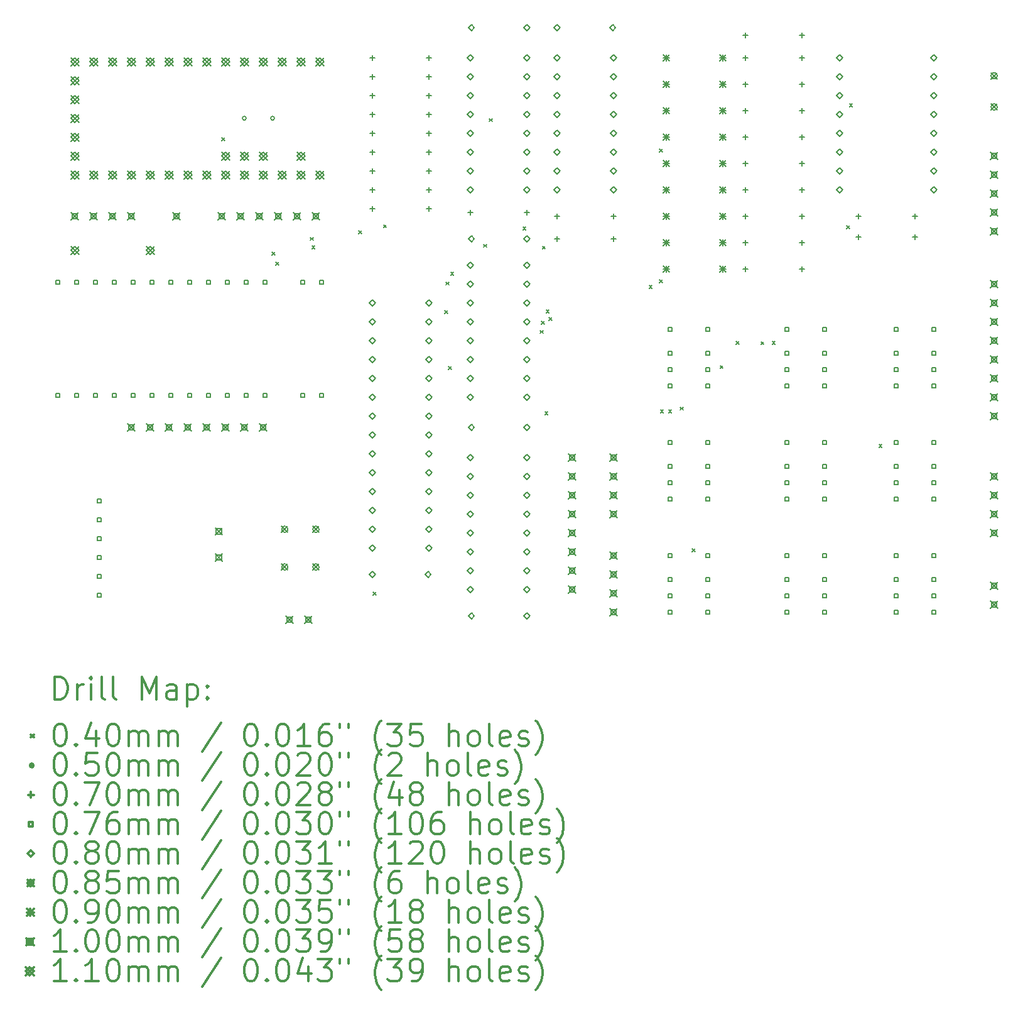
<source format=gbr>
%FSLAX45Y45*%
G04 Gerber Fmt 4.5, Leading zero omitted, Abs format (unit mm)*
G04 Created by KiCad (PCBNEW (5.1.9-0-10_14)) date 2021-03-06 16:34:52*
%MOMM*%
%LPD*%
G01*
G04 APERTURE LIST*
%ADD10C,0.200000*%
%ADD11C,0.300000*%
G04 APERTURE END LIST*
D10*
X9093840Y-6406890D02*
X9133840Y-6446890D01*
X9133840Y-6406890D02*
X9093840Y-6446890D01*
X9770350Y-7949490D02*
X9810350Y-7989490D01*
X9810350Y-7949490D02*
X9770350Y-7989490D01*
X9821060Y-8085420D02*
X9861060Y-8125420D01*
X9861060Y-8085420D02*
X9821060Y-8125420D01*
X10287200Y-7751170D02*
X10327200Y-7791170D01*
X10327200Y-7751170D02*
X10287200Y-7791170D01*
X10309790Y-7868270D02*
X10349790Y-7908270D01*
X10349790Y-7868270D02*
X10309790Y-7908270D01*
X10941090Y-7661580D02*
X10981090Y-7701580D01*
X10981090Y-7661580D02*
X10941090Y-7701580D01*
X11131940Y-12527630D02*
X11171940Y-12567630D01*
X11171940Y-12527630D02*
X11131940Y-12567630D01*
X11274080Y-7582590D02*
X11314080Y-7622590D01*
X11314080Y-7582590D02*
X11274080Y-7622590D01*
X12099390Y-8737410D02*
X12139390Y-8777410D01*
X12139390Y-8737410D02*
X12099390Y-8777410D01*
X12113330Y-8353080D02*
X12153330Y-8393080D01*
X12153330Y-8353080D02*
X12113330Y-8393080D01*
X12151520Y-9490540D02*
X12191520Y-9530540D01*
X12191520Y-9490540D02*
X12151520Y-9530540D01*
X12180130Y-8221240D02*
X12220130Y-8261240D01*
X12220130Y-8221240D02*
X12180130Y-8261240D01*
X12622270Y-7843600D02*
X12662270Y-7883600D01*
X12662270Y-7843600D02*
X12622270Y-7883600D01*
X12702190Y-6150940D02*
X12742190Y-6190940D01*
X12742190Y-6150940D02*
X12702190Y-6190940D01*
X13154080Y-7612050D02*
X13194080Y-7652050D01*
X13194080Y-7612050D02*
X13154080Y-7652050D01*
X13386090Y-9004670D02*
X13426090Y-9044670D01*
X13426090Y-9004670D02*
X13386090Y-9044670D01*
X13402980Y-8881680D02*
X13442980Y-8921680D01*
X13442980Y-8881680D02*
X13402980Y-8921680D01*
X13415890Y-7870730D02*
X13455890Y-7910730D01*
X13455890Y-7870730D02*
X13415890Y-7910730D01*
X13450400Y-10102950D02*
X13490400Y-10142950D01*
X13490400Y-10102950D02*
X13450400Y-10142950D01*
X13465800Y-8729830D02*
X13505800Y-8769830D01*
X13505800Y-8729830D02*
X13465800Y-8769830D01*
X13502200Y-8829920D02*
X13542200Y-8869920D01*
X13542200Y-8829920D02*
X13502200Y-8869920D01*
X14855020Y-8401090D02*
X14895020Y-8441090D01*
X14895020Y-8401090D02*
X14855020Y-8441090D01*
X14992940Y-6563050D02*
X15032940Y-6603050D01*
X15032940Y-6563050D02*
X14992940Y-6603050D01*
X14994620Y-8321470D02*
X15034620Y-8361470D01*
X15034620Y-8321470D02*
X14994620Y-8361470D01*
X15008220Y-10077010D02*
X15048220Y-10117010D01*
X15048220Y-10077010D02*
X15008220Y-10117010D01*
X15118400Y-10078070D02*
X15158400Y-10118070D01*
X15158400Y-10078070D02*
X15118400Y-10118070D01*
X15272310Y-10036470D02*
X15312310Y-10076470D01*
X15312310Y-10036470D02*
X15272310Y-10076470D01*
X15436040Y-11943870D02*
X15476040Y-11983870D01*
X15476040Y-11943870D02*
X15436040Y-11983870D01*
X15812900Y-9478100D02*
X15852900Y-9518100D01*
X15852900Y-9478100D02*
X15812900Y-9518100D01*
X16027540Y-9153960D02*
X16067540Y-9193960D01*
X16067540Y-9153960D02*
X16027540Y-9193960D01*
X16363020Y-9155820D02*
X16403020Y-9195820D01*
X16403020Y-9155820D02*
X16363020Y-9195820D01*
X16514900Y-9154080D02*
X16554900Y-9194080D01*
X16554900Y-9154080D02*
X16514900Y-9194080D01*
X17518160Y-7597100D02*
X17558160Y-7637100D01*
X17558160Y-7597100D02*
X17518160Y-7637100D01*
X17556720Y-5949000D02*
X17596720Y-5989000D01*
X17596720Y-5949000D02*
X17556720Y-5989000D01*
X17954930Y-10538800D02*
X17994930Y-10578800D01*
X17994930Y-10538800D02*
X17954930Y-10578800D01*
X9423000Y-6146800D02*
G75*
G03*
X9423000Y-6146800I-25000J0D01*
G01*
X9804000Y-6146800D02*
G75*
G03*
X9804000Y-6146800I-25000J0D01*
G01*
X11125200Y-5299000D02*
X11125200Y-5369000D01*
X11090200Y-5334000D02*
X11160200Y-5334000D01*
X11125200Y-5553000D02*
X11125200Y-5623000D01*
X11090200Y-5588000D02*
X11160200Y-5588000D01*
X11125200Y-5807000D02*
X11125200Y-5877000D01*
X11090200Y-5842000D02*
X11160200Y-5842000D01*
X11125200Y-6061000D02*
X11125200Y-6131000D01*
X11090200Y-6096000D02*
X11160200Y-6096000D01*
X11125200Y-6315000D02*
X11125200Y-6385000D01*
X11090200Y-6350000D02*
X11160200Y-6350000D01*
X11125200Y-6569000D02*
X11125200Y-6639000D01*
X11090200Y-6604000D02*
X11160200Y-6604000D01*
X11125200Y-6823000D02*
X11125200Y-6893000D01*
X11090200Y-6858000D02*
X11160200Y-6858000D01*
X11125200Y-7077000D02*
X11125200Y-7147000D01*
X11090200Y-7112000D02*
X11160200Y-7112000D01*
X11125200Y-7331000D02*
X11125200Y-7401000D01*
X11090200Y-7366000D02*
X11160200Y-7366000D01*
X11887200Y-5299000D02*
X11887200Y-5369000D01*
X11852200Y-5334000D02*
X11922200Y-5334000D01*
X11887200Y-5553000D02*
X11887200Y-5623000D01*
X11852200Y-5588000D02*
X11922200Y-5588000D01*
X11887200Y-5807000D02*
X11887200Y-5877000D01*
X11852200Y-5842000D02*
X11922200Y-5842000D01*
X11887200Y-6061000D02*
X11887200Y-6131000D01*
X11852200Y-6096000D02*
X11922200Y-6096000D01*
X11887200Y-6315000D02*
X11887200Y-6385000D01*
X11852200Y-6350000D02*
X11922200Y-6350000D01*
X11887200Y-6569000D02*
X11887200Y-6639000D01*
X11852200Y-6604000D02*
X11922200Y-6604000D01*
X11887200Y-6823000D02*
X11887200Y-6893000D01*
X11852200Y-6858000D02*
X11922200Y-6858000D01*
X11887200Y-7077000D02*
X11887200Y-7147000D01*
X11852200Y-7112000D02*
X11922200Y-7112000D01*
X11887200Y-7331000D02*
X11887200Y-7401000D01*
X11852200Y-7366000D02*
X11922200Y-7366000D01*
X12446000Y-7381800D02*
X12446000Y-7451800D01*
X12411000Y-7416800D02*
X12481000Y-7416800D01*
X13208000Y-7381800D02*
X13208000Y-7451800D01*
X13173000Y-7416800D02*
X13243000Y-7416800D01*
X13614400Y-7432600D02*
X13614400Y-7502600D01*
X13579400Y-7467600D02*
X13649400Y-7467600D01*
X13614400Y-7737400D02*
X13614400Y-7807400D01*
X13579400Y-7772400D02*
X13649400Y-7772400D01*
X14376400Y-7432600D02*
X14376400Y-7502600D01*
X14341400Y-7467600D02*
X14411400Y-7467600D01*
X14376400Y-7737400D02*
X14376400Y-7807400D01*
X14341400Y-7772400D02*
X14411400Y-7772400D01*
X16154400Y-4994200D02*
X16154400Y-5064200D01*
X16119400Y-5029200D02*
X16189400Y-5029200D01*
X16154400Y-5299000D02*
X16154400Y-5369000D01*
X16119400Y-5334000D02*
X16189400Y-5334000D01*
X16154400Y-5654600D02*
X16154400Y-5724600D01*
X16119400Y-5689600D02*
X16189400Y-5689600D01*
X16154400Y-6010200D02*
X16154400Y-6080200D01*
X16119400Y-6045200D02*
X16189400Y-6045200D01*
X16154400Y-6365800D02*
X16154400Y-6435800D01*
X16119400Y-6400800D02*
X16189400Y-6400800D01*
X16154400Y-6721400D02*
X16154400Y-6791400D01*
X16119400Y-6756400D02*
X16189400Y-6756400D01*
X16154400Y-7077000D02*
X16154400Y-7147000D01*
X16119400Y-7112000D02*
X16189400Y-7112000D01*
X16154400Y-7432600D02*
X16154400Y-7502600D01*
X16119400Y-7467600D02*
X16189400Y-7467600D01*
X16154400Y-7788200D02*
X16154400Y-7858200D01*
X16119400Y-7823200D02*
X16189400Y-7823200D01*
X16154400Y-8143800D02*
X16154400Y-8213800D01*
X16119400Y-8178800D02*
X16189400Y-8178800D01*
X16916400Y-4994200D02*
X16916400Y-5064200D01*
X16881400Y-5029200D02*
X16951400Y-5029200D01*
X16916400Y-5299000D02*
X16916400Y-5369000D01*
X16881400Y-5334000D02*
X16951400Y-5334000D01*
X16916400Y-5654600D02*
X16916400Y-5724600D01*
X16881400Y-5689600D02*
X16951400Y-5689600D01*
X16916400Y-6010200D02*
X16916400Y-6080200D01*
X16881400Y-6045200D02*
X16951400Y-6045200D01*
X16916400Y-6365800D02*
X16916400Y-6435800D01*
X16881400Y-6400800D02*
X16951400Y-6400800D01*
X16916400Y-6721400D02*
X16916400Y-6791400D01*
X16881400Y-6756400D02*
X16951400Y-6756400D01*
X16916400Y-7077000D02*
X16916400Y-7147000D01*
X16881400Y-7112000D02*
X16951400Y-7112000D01*
X16916400Y-7432600D02*
X16916400Y-7502600D01*
X16881400Y-7467600D02*
X16951400Y-7467600D01*
X16916400Y-7788200D02*
X16916400Y-7858200D01*
X16881400Y-7823200D02*
X16951400Y-7823200D01*
X16916400Y-8143800D02*
X16916400Y-8213800D01*
X16881400Y-8178800D02*
X16951400Y-8178800D01*
X17678400Y-7432600D02*
X17678400Y-7502600D01*
X17643400Y-7467600D02*
X17713400Y-7467600D01*
X17678400Y-7711200D02*
X17678400Y-7781200D01*
X17643400Y-7746200D02*
X17713400Y-7746200D01*
X18440400Y-7432600D02*
X18440400Y-7502600D01*
X18405400Y-7467600D02*
X18475400Y-7467600D01*
X18440400Y-7711200D02*
X18440400Y-7781200D01*
X18405400Y-7746200D02*
X18475400Y-7746200D01*
X6910341Y-8383541D02*
X6910341Y-8329659D01*
X6856459Y-8329659D01*
X6856459Y-8383541D01*
X6910341Y-8383541D01*
X6910341Y-9907541D02*
X6910341Y-9853659D01*
X6856459Y-9853659D01*
X6856459Y-9907541D01*
X6910341Y-9907541D01*
X7164341Y-8383541D02*
X7164341Y-8329659D01*
X7110459Y-8329659D01*
X7110459Y-8383541D01*
X7164341Y-8383541D01*
X7164341Y-9907541D02*
X7164341Y-9853659D01*
X7110459Y-9853659D01*
X7110459Y-9907541D01*
X7164341Y-9907541D01*
X7418341Y-8383541D02*
X7418341Y-8329659D01*
X7364459Y-8329659D01*
X7364459Y-8383541D01*
X7418341Y-8383541D01*
X7418341Y-9907541D02*
X7418341Y-9853659D01*
X7364459Y-9853659D01*
X7364459Y-9907541D01*
X7418341Y-9907541D01*
X7468341Y-11326841D02*
X7468341Y-11272959D01*
X7414459Y-11272959D01*
X7414459Y-11326841D01*
X7468341Y-11326841D01*
X7468341Y-11580841D02*
X7468341Y-11526959D01*
X7414459Y-11526959D01*
X7414459Y-11580841D01*
X7468341Y-11580841D01*
X7468341Y-11834841D02*
X7468341Y-11780959D01*
X7414459Y-11780959D01*
X7414459Y-11834841D01*
X7468341Y-11834841D01*
X7468341Y-12088841D02*
X7468341Y-12034959D01*
X7414459Y-12034959D01*
X7414459Y-12088841D01*
X7468341Y-12088841D01*
X7468341Y-12342841D02*
X7468341Y-12288959D01*
X7414459Y-12288959D01*
X7414459Y-12342841D01*
X7468341Y-12342841D01*
X7468341Y-12596841D02*
X7468341Y-12542959D01*
X7414459Y-12542959D01*
X7414459Y-12596841D01*
X7468341Y-12596841D01*
X7672341Y-8383541D02*
X7672341Y-8329659D01*
X7618459Y-8329659D01*
X7618459Y-8383541D01*
X7672341Y-8383541D01*
X7672341Y-9907541D02*
X7672341Y-9853659D01*
X7618459Y-9853659D01*
X7618459Y-9907541D01*
X7672341Y-9907541D01*
X7926341Y-8383541D02*
X7926341Y-8329659D01*
X7872459Y-8329659D01*
X7872459Y-8383541D01*
X7926341Y-8383541D01*
X7926341Y-9907541D02*
X7926341Y-9853659D01*
X7872459Y-9853659D01*
X7872459Y-9907541D01*
X7926341Y-9907541D01*
X8180341Y-8383541D02*
X8180341Y-8329659D01*
X8126459Y-8329659D01*
X8126459Y-8383541D01*
X8180341Y-8383541D01*
X8180341Y-9907541D02*
X8180341Y-9853659D01*
X8126459Y-9853659D01*
X8126459Y-9907541D01*
X8180341Y-9907541D01*
X8434341Y-8383541D02*
X8434341Y-8329659D01*
X8380459Y-8329659D01*
X8380459Y-8383541D01*
X8434341Y-8383541D01*
X8434341Y-9907541D02*
X8434341Y-9853659D01*
X8380459Y-9853659D01*
X8380459Y-9907541D01*
X8434341Y-9907541D01*
X8688341Y-8383541D02*
X8688341Y-8329659D01*
X8634459Y-8329659D01*
X8634459Y-8383541D01*
X8688341Y-8383541D01*
X8688341Y-9907541D02*
X8688341Y-9853659D01*
X8634459Y-9853659D01*
X8634459Y-9907541D01*
X8688341Y-9907541D01*
X8942341Y-8383541D02*
X8942341Y-8329659D01*
X8888459Y-8329659D01*
X8888459Y-8383541D01*
X8942341Y-8383541D01*
X8942341Y-9907541D02*
X8942341Y-9853659D01*
X8888459Y-9853659D01*
X8888459Y-9907541D01*
X8942341Y-9907541D01*
X9196341Y-8383541D02*
X9196341Y-8329659D01*
X9142459Y-8329659D01*
X9142459Y-8383541D01*
X9196341Y-8383541D01*
X9196341Y-9907541D02*
X9196341Y-9853659D01*
X9142459Y-9853659D01*
X9142459Y-9907541D01*
X9196341Y-9907541D01*
X9450341Y-8383541D02*
X9450341Y-8329659D01*
X9396459Y-8329659D01*
X9396459Y-8383541D01*
X9450341Y-8383541D01*
X9450341Y-9907541D02*
X9450341Y-9853659D01*
X9396459Y-9853659D01*
X9396459Y-9907541D01*
X9450341Y-9907541D01*
X9704341Y-8383541D02*
X9704341Y-8329659D01*
X9650459Y-8329659D01*
X9650459Y-8383541D01*
X9704341Y-8383541D01*
X9704341Y-9907541D02*
X9704341Y-9853659D01*
X9650459Y-9853659D01*
X9650459Y-9907541D01*
X9704341Y-9907541D01*
X10212341Y-8383541D02*
X10212341Y-8329659D01*
X10158459Y-8329659D01*
X10158459Y-8383541D01*
X10212341Y-8383541D01*
X10212341Y-9907541D02*
X10212341Y-9853659D01*
X10158459Y-9853659D01*
X10158459Y-9907541D01*
X10212341Y-9907541D01*
X10466341Y-8383541D02*
X10466341Y-8329659D01*
X10412459Y-8329659D01*
X10412459Y-8383541D01*
X10466341Y-8383541D01*
X10466341Y-9907541D02*
X10466341Y-9853659D01*
X10412459Y-9853659D01*
X10412459Y-9907541D01*
X10466341Y-9907541D01*
X15165341Y-9018541D02*
X15165341Y-8964659D01*
X15111459Y-8964659D01*
X15111459Y-9018541D01*
X15165341Y-9018541D01*
X15165341Y-9338541D02*
X15165341Y-9284659D01*
X15111459Y-9284659D01*
X15111459Y-9338541D01*
X15165341Y-9338541D01*
X15165341Y-9558541D02*
X15165341Y-9504659D01*
X15111459Y-9504659D01*
X15111459Y-9558541D01*
X15165341Y-9558541D01*
X15165341Y-9778541D02*
X15165341Y-9724659D01*
X15111459Y-9724659D01*
X15111459Y-9778541D01*
X15165341Y-9778541D01*
X15165341Y-10542541D02*
X15165341Y-10488659D01*
X15111459Y-10488659D01*
X15111459Y-10542541D01*
X15165341Y-10542541D01*
X15165341Y-10862541D02*
X15165341Y-10808659D01*
X15111459Y-10808659D01*
X15111459Y-10862541D01*
X15165341Y-10862541D01*
X15165341Y-11082541D02*
X15165341Y-11028659D01*
X15111459Y-11028659D01*
X15111459Y-11082541D01*
X15165341Y-11082541D01*
X15165341Y-11302541D02*
X15165341Y-11248659D01*
X15111459Y-11248659D01*
X15111459Y-11302541D01*
X15165341Y-11302541D01*
X15165341Y-12066541D02*
X15165341Y-12012659D01*
X15111459Y-12012659D01*
X15111459Y-12066541D01*
X15165341Y-12066541D01*
X15165341Y-12386541D02*
X15165341Y-12332659D01*
X15111459Y-12332659D01*
X15111459Y-12386541D01*
X15165341Y-12386541D01*
X15165341Y-12606541D02*
X15165341Y-12552659D01*
X15111459Y-12552659D01*
X15111459Y-12606541D01*
X15165341Y-12606541D01*
X15165341Y-12826541D02*
X15165341Y-12772659D01*
X15111459Y-12772659D01*
X15111459Y-12826541D01*
X15165341Y-12826541D01*
X15673341Y-9018541D02*
X15673341Y-8964659D01*
X15619459Y-8964659D01*
X15619459Y-9018541D01*
X15673341Y-9018541D01*
X15673341Y-9338541D02*
X15673341Y-9284659D01*
X15619459Y-9284659D01*
X15619459Y-9338541D01*
X15673341Y-9338541D01*
X15673341Y-9558541D02*
X15673341Y-9504659D01*
X15619459Y-9504659D01*
X15619459Y-9558541D01*
X15673341Y-9558541D01*
X15673341Y-9778541D02*
X15673341Y-9724659D01*
X15619459Y-9724659D01*
X15619459Y-9778541D01*
X15673341Y-9778541D01*
X15673341Y-10542541D02*
X15673341Y-10488659D01*
X15619459Y-10488659D01*
X15619459Y-10542541D01*
X15673341Y-10542541D01*
X15673341Y-10862541D02*
X15673341Y-10808659D01*
X15619459Y-10808659D01*
X15619459Y-10862541D01*
X15673341Y-10862541D01*
X15673341Y-11082541D02*
X15673341Y-11028659D01*
X15619459Y-11028659D01*
X15619459Y-11082541D01*
X15673341Y-11082541D01*
X15673341Y-11302541D02*
X15673341Y-11248659D01*
X15619459Y-11248659D01*
X15619459Y-11302541D01*
X15673341Y-11302541D01*
X15673341Y-12066541D02*
X15673341Y-12012659D01*
X15619459Y-12012659D01*
X15619459Y-12066541D01*
X15673341Y-12066541D01*
X15673341Y-12386541D02*
X15673341Y-12332659D01*
X15619459Y-12332659D01*
X15619459Y-12386541D01*
X15673341Y-12386541D01*
X15673341Y-12606541D02*
X15673341Y-12552659D01*
X15619459Y-12552659D01*
X15619459Y-12606541D01*
X15673341Y-12606541D01*
X15673341Y-12826541D02*
X15673341Y-12772659D01*
X15619459Y-12772659D01*
X15619459Y-12826541D01*
X15673341Y-12826541D01*
X16740141Y-9018541D02*
X16740141Y-8964659D01*
X16686259Y-8964659D01*
X16686259Y-9018541D01*
X16740141Y-9018541D01*
X16740141Y-9338541D02*
X16740141Y-9284659D01*
X16686259Y-9284659D01*
X16686259Y-9338541D01*
X16740141Y-9338541D01*
X16740141Y-9558541D02*
X16740141Y-9504659D01*
X16686259Y-9504659D01*
X16686259Y-9558541D01*
X16740141Y-9558541D01*
X16740141Y-9778541D02*
X16740141Y-9724659D01*
X16686259Y-9724659D01*
X16686259Y-9778541D01*
X16740141Y-9778541D01*
X16740141Y-10542541D02*
X16740141Y-10488659D01*
X16686259Y-10488659D01*
X16686259Y-10542541D01*
X16740141Y-10542541D01*
X16740141Y-10862541D02*
X16740141Y-10808659D01*
X16686259Y-10808659D01*
X16686259Y-10862541D01*
X16740141Y-10862541D01*
X16740141Y-11082541D02*
X16740141Y-11028659D01*
X16686259Y-11028659D01*
X16686259Y-11082541D01*
X16740141Y-11082541D01*
X16740141Y-11302541D02*
X16740141Y-11248659D01*
X16686259Y-11248659D01*
X16686259Y-11302541D01*
X16740141Y-11302541D01*
X16740141Y-12066541D02*
X16740141Y-12012659D01*
X16686259Y-12012659D01*
X16686259Y-12066541D01*
X16740141Y-12066541D01*
X16740141Y-12386541D02*
X16740141Y-12332659D01*
X16686259Y-12332659D01*
X16686259Y-12386541D01*
X16740141Y-12386541D01*
X16740141Y-12606541D02*
X16740141Y-12552659D01*
X16686259Y-12552659D01*
X16686259Y-12606541D01*
X16740141Y-12606541D01*
X16740141Y-12826541D02*
X16740141Y-12772659D01*
X16686259Y-12772659D01*
X16686259Y-12826541D01*
X16740141Y-12826541D01*
X17248141Y-9018541D02*
X17248141Y-8964659D01*
X17194259Y-8964659D01*
X17194259Y-9018541D01*
X17248141Y-9018541D01*
X17248141Y-9338541D02*
X17248141Y-9284659D01*
X17194259Y-9284659D01*
X17194259Y-9338541D01*
X17248141Y-9338541D01*
X17248141Y-9558541D02*
X17248141Y-9504659D01*
X17194259Y-9504659D01*
X17194259Y-9558541D01*
X17248141Y-9558541D01*
X17248141Y-9778541D02*
X17248141Y-9724659D01*
X17194259Y-9724659D01*
X17194259Y-9778541D01*
X17248141Y-9778541D01*
X17248141Y-10542541D02*
X17248141Y-10488659D01*
X17194259Y-10488659D01*
X17194259Y-10542541D01*
X17248141Y-10542541D01*
X17248141Y-10862541D02*
X17248141Y-10808659D01*
X17194259Y-10808659D01*
X17194259Y-10862541D01*
X17248141Y-10862541D01*
X17248141Y-11082541D02*
X17248141Y-11028659D01*
X17194259Y-11028659D01*
X17194259Y-11082541D01*
X17248141Y-11082541D01*
X17248141Y-11302541D02*
X17248141Y-11248659D01*
X17194259Y-11248659D01*
X17194259Y-11302541D01*
X17248141Y-11302541D01*
X17248141Y-12066541D02*
X17248141Y-12012659D01*
X17194259Y-12012659D01*
X17194259Y-12066541D01*
X17248141Y-12066541D01*
X17248141Y-12386541D02*
X17248141Y-12332659D01*
X17194259Y-12332659D01*
X17194259Y-12386541D01*
X17248141Y-12386541D01*
X17248141Y-12606541D02*
X17248141Y-12552659D01*
X17194259Y-12552659D01*
X17194259Y-12606541D01*
X17248141Y-12606541D01*
X17248141Y-12826541D02*
X17248141Y-12772659D01*
X17194259Y-12772659D01*
X17194259Y-12826541D01*
X17248141Y-12826541D01*
X18213341Y-9018541D02*
X18213341Y-8964659D01*
X18159459Y-8964659D01*
X18159459Y-9018541D01*
X18213341Y-9018541D01*
X18213341Y-9338541D02*
X18213341Y-9284659D01*
X18159459Y-9284659D01*
X18159459Y-9338541D01*
X18213341Y-9338541D01*
X18213341Y-9558541D02*
X18213341Y-9504659D01*
X18159459Y-9504659D01*
X18159459Y-9558541D01*
X18213341Y-9558541D01*
X18213341Y-9778541D02*
X18213341Y-9724659D01*
X18159459Y-9724659D01*
X18159459Y-9778541D01*
X18213341Y-9778541D01*
X18213341Y-10542541D02*
X18213341Y-10488659D01*
X18159459Y-10488659D01*
X18159459Y-10542541D01*
X18213341Y-10542541D01*
X18213341Y-10862541D02*
X18213341Y-10808659D01*
X18159459Y-10808659D01*
X18159459Y-10862541D01*
X18213341Y-10862541D01*
X18213341Y-11082541D02*
X18213341Y-11028659D01*
X18159459Y-11028659D01*
X18159459Y-11082541D01*
X18213341Y-11082541D01*
X18213341Y-11302541D02*
X18213341Y-11248659D01*
X18159459Y-11248659D01*
X18159459Y-11302541D01*
X18213341Y-11302541D01*
X18213341Y-12066541D02*
X18213341Y-12012659D01*
X18159459Y-12012659D01*
X18159459Y-12066541D01*
X18213341Y-12066541D01*
X18213341Y-12386541D02*
X18213341Y-12332659D01*
X18159459Y-12332659D01*
X18159459Y-12386541D01*
X18213341Y-12386541D01*
X18213341Y-12606541D02*
X18213341Y-12552659D01*
X18159459Y-12552659D01*
X18159459Y-12606541D01*
X18213341Y-12606541D01*
X18213341Y-12826541D02*
X18213341Y-12772659D01*
X18159459Y-12772659D01*
X18159459Y-12826541D01*
X18213341Y-12826541D01*
X18721341Y-9018541D02*
X18721341Y-8964659D01*
X18667459Y-8964659D01*
X18667459Y-9018541D01*
X18721341Y-9018541D01*
X18721341Y-9338541D02*
X18721341Y-9284659D01*
X18667459Y-9284659D01*
X18667459Y-9338541D01*
X18721341Y-9338541D01*
X18721341Y-9558541D02*
X18721341Y-9504659D01*
X18667459Y-9504659D01*
X18667459Y-9558541D01*
X18721341Y-9558541D01*
X18721341Y-9778541D02*
X18721341Y-9724659D01*
X18667459Y-9724659D01*
X18667459Y-9778541D01*
X18721341Y-9778541D01*
X18721341Y-10542541D02*
X18721341Y-10488659D01*
X18667459Y-10488659D01*
X18667459Y-10542541D01*
X18721341Y-10542541D01*
X18721341Y-10862541D02*
X18721341Y-10808659D01*
X18667459Y-10808659D01*
X18667459Y-10862541D01*
X18721341Y-10862541D01*
X18721341Y-11082541D02*
X18721341Y-11028659D01*
X18667459Y-11028659D01*
X18667459Y-11082541D01*
X18721341Y-11082541D01*
X18721341Y-11302541D02*
X18721341Y-11248659D01*
X18667459Y-11248659D01*
X18667459Y-11302541D01*
X18721341Y-11302541D01*
X18721341Y-12066541D02*
X18721341Y-12012659D01*
X18667459Y-12012659D01*
X18667459Y-12066541D01*
X18721341Y-12066541D01*
X18721341Y-12386541D02*
X18721341Y-12332659D01*
X18667459Y-12332659D01*
X18667459Y-12386541D01*
X18721341Y-12386541D01*
X18721341Y-12606541D02*
X18721341Y-12552659D01*
X18667459Y-12552659D01*
X18667459Y-12606541D01*
X18721341Y-12606541D01*
X18721341Y-12826541D02*
X18721341Y-12772659D01*
X18667459Y-12772659D01*
X18667459Y-12826541D01*
X18721341Y-12826541D01*
X11125200Y-8676000D02*
X11165200Y-8636000D01*
X11125200Y-8596000D01*
X11085200Y-8636000D01*
X11125200Y-8676000D01*
X11125200Y-8930000D02*
X11165200Y-8890000D01*
X11125200Y-8850000D01*
X11085200Y-8890000D01*
X11125200Y-8930000D01*
X11125200Y-9184000D02*
X11165200Y-9144000D01*
X11125200Y-9104000D01*
X11085200Y-9144000D01*
X11125200Y-9184000D01*
X11125200Y-9438000D02*
X11165200Y-9398000D01*
X11125200Y-9358000D01*
X11085200Y-9398000D01*
X11125200Y-9438000D01*
X11125200Y-9692000D02*
X11165200Y-9652000D01*
X11125200Y-9612000D01*
X11085200Y-9652000D01*
X11125200Y-9692000D01*
X11125200Y-9946000D02*
X11165200Y-9906000D01*
X11125200Y-9866000D01*
X11085200Y-9906000D01*
X11125200Y-9946000D01*
X11125200Y-10200000D02*
X11165200Y-10160000D01*
X11125200Y-10120000D01*
X11085200Y-10160000D01*
X11125200Y-10200000D01*
X11125200Y-10454000D02*
X11165200Y-10414000D01*
X11125200Y-10374000D01*
X11085200Y-10414000D01*
X11125200Y-10454000D01*
X11125200Y-10708000D02*
X11165200Y-10668000D01*
X11125200Y-10628000D01*
X11085200Y-10668000D01*
X11125200Y-10708000D01*
X11125200Y-10962000D02*
X11165200Y-10922000D01*
X11125200Y-10882000D01*
X11085200Y-10922000D01*
X11125200Y-10962000D01*
X11125200Y-11216000D02*
X11165200Y-11176000D01*
X11125200Y-11136000D01*
X11085200Y-11176000D01*
X11125200Y-11216000D01*
X11125200Y-11470000D02*
X11165200Y-11430000D01*
X11125200Y-11390000D01*
X11085200Y-11430000D01*
X11125200Y-11470000D01*
X11125200Y-11724000D02*
X11165200Y-11684000D01*
X11125200Y-11644000D01*
X11085200Y-11684000D01*
X11125200Y-11724000D01*
X11125200Y-11978000D02*
X11165200Y-11938000D01*
X11125200Y-11898000D01*
X11085200Y-11938000D01*
X11125200Y-11978000D01*
X11125200Y-12333600D02*
X11165200Y-12293600D01*
X11125200Y-12253600D01*
X11085200Y-12293600D01*
X11125200Y-12333600D01*
X11875200Y-12333600D02*
X11915200Y-12293600D01*
X11875200Y-12253600D01*
X11835200Y-12293600D01*
X11875200Y-12333600D01*
X11887200Y-8676000D02*
X11927200Y-8636000D01*
X11887200Y-8596000D01*
X11847200Y-8636000D01*
X11887200Y-8676000D01*
X11887200Y-8930000D02*
X11927200Y-8890000D01*
X11887200Y-8850000D01*
X11847200Y-8890000D01*
X11887200Y-8930000D01*
X11887200Y-9184000D02*
X11927200Y-9144000D01*
X11887200Y-9104000D01*
X11847200Y-9144000D01*
X11887200Y-9184000D01*
X11887200Y-9438000D02*
X11927200Y-9398000D01*
X11887200Y-9358000D01*
X11847200Y-9398000D01*
X11887200Y-9438000D01*
X11887200Y-9692000D02*
X11927200Y-9652000D01*
X11887200Y-9612000D01*
X11847200Y-9652000D01*
X11887200Y-9692000D01*
X11887200Y-9946000D02*
X11927200Y-9906000D01*
X11887200Y-9866000D01*
X11847200Y-9906000D01*
X11887200Y-9946000D01*
X11887200Y-10200000D02*
X11927200Y-10160000D01*
X11887200Y-10120000D01*
X11847200Y-10160000D01*
X11887200Y-10200000D01*
X11887200Y-10454000D02*
X11927200Y-10414000D01*
X11887200Y-10374000D01*
X11847200Y-10414000D01*
X11887200Y-10454000D01*
X11887200Y-10708000D02*
X11927200Y-10668000D01*
X11887200Y-10628000D01*
X11847200Y-10668000D01*
X11887200Y-10708000D01*
X11887200Y-10962000D02*
X11927200Y-10922000D01*
X11887200Y-10882000D01*
X11847200Y-10922000D01*
X11887200Y-10962000D01*
X11887200Y-11216000D02*
X11927200Y-11176000D01*
X11887200Y-11136000D01*
X11847200Y-11176000D01*
X11887200Y-11216000D01*
X11887200Y-11470000D02*
X11927200Y-11430000D01*
X11887200Y-11390000D01*
X11847200Y-11430000D01*
X11887200Y-11470000D01*
X11887200Y-11724000D02*
X11927200Y-11684000D01*
X11887200Y-11644000D01*
X11847200Y-11684000D01*
X11887200Y-11724000D01*
X11887200Y-11978000D02*
X11927200Y-11938000D01*
X11887200Y-11898000D01*
X11847200Y-11938000D01*
X11887200Y-11978000D01*
X12446000Y-5374000D02*
X12486000Y-5334000D01*
X12446000Y-5294000D01*
X12406000Y-5334000D01*
X12446000Y-5374000D01*
X12446000Y-5628000D02*
X12486000Y-5588000D01*
X12446000Y-5548000D01*
X12406000Y-5588000D01*
X12446000Y-5628000D01*
X12446000Y-5882000D02*
X12486000Y-5842000D01*
X12446000Y-5802000D01*
X12406000Y-5842000D01*
X12446000Y-5882000D01*
X12446000Y-6136000D02*
X12486000Y-6096000D01*
X12446000Y-6056000D01*
X12406000Y-6096000D01*
X12446000Y-6136000D01*
X12446000Y-6390000D02*
X12486000Y-6350000D01*
X12446000Y-6310000D01*
X12406000Y-6350000D01*
X12446000Y-6390000D01*
X12446000Y-6644000D02*
X12486000Y-6604000D01*
X12446000Y-6564000D01*
X12406000Y-6604000D01*
X12446000Y-6644000D01*
X12446000Y-6898000D02*
X12486000Y-6858000D01*
X12446000Y-6818000D01*
X12406000Y-6858000D01*
X12446000Y-6898000D01*
X12446000Y-7152000D02*
X12486000Y-7112000D01*
X12446000Y-7072000D01*
X12406000Y-7112000D01*
X12446000Y-7152000D01*
X12446000Y-8168000D02*
X12486000Y-8128000D01*
X12446000Y-8088000D01*
X12406000Y-8128000D01*
X12446000Y-8168000D01*
X12446000Y-8422000D02*
X12486000Y-8382000D01*
X12446000Y-8342000D01*
X12406000Y-8382000D01*
X12446000Y-8422000D01*
X12446000Y-8676000D02*
X12486000Y-8636000D01*
X12446000Y-8596000D01*
X12406000Y-8636000D01*
X12446000Y-8676000D01*
X12446000Y-8930000D02*
X12486000Y-8890000D01*
X12446000Y-8850000D01*
X12406000Y-8890000D01*
X12446000Y-8930000D01*
X12446000Y-9184000D02*
X12486000Y-9144000D01*
X12446000Y-9104000D01*
X12406000Y-9144000D01*
X12446000Y-9184000D01*
X12446000Y-9438000D02*
X12486000Y-9398000D01*
X12446000Y-9358000D01*
X12406000Y-9398000D01*
X12446000Y-9438000D01*
X12446000Y-9692000D02*
X12486000Y-9652000D01*
X12446000Y-9612000D01*
X12406000Y-9652000D01*
X12446000Y-9692000D01*
X12446000Y-9946000D02*
X12486000Y-9906000D01*
X12446000Y-9866000D01*
X12406000Y-9906000D01*
X12446000Y-9946000D01*
X12446000Y-10758800D02*
X12486000Y-10718800D01*
X12446000Y-10678800D01*
X12406000Y-10718800D01*
X12446000Y-10758800D01*
X12446000Y-11012800D02*
X12486000Y-10972800D01*
X12446000Y-10932800D01*
X12406000Y-10972800D01*
X12446000Y-11012800D01*
X12446000Y-11266800D02*
X12486000Y-11226800D01*
X12446000Y-11186800D01*
X12406000Y-11226800D01*
X12446000Y-11266800D01*
X12446000Y-11520800D02*
X12486000Y-11480800D01*
X12446000Y-11440800D01*
X12406000Y-11480800D01*
X12446000Y-11520800D01*
X12446000Y-11774800D02*
X12486000Y-11734800D01*
X12446000Y-11694800D01*
X12406000Y-11734800D01*
X12446000Y-11774800D01*
X12446000Y-12028800D02*
X12486000Y-11988800D01*
X12446000Y-11948800D01*
X12406000Y-11988800D01*
X12446000Y-12028800D01*
X12446000Y-12282800D02*
X12486000Y-12242800D01*
X12446000Y-12202800D01*
X12406000Y-12242800D01*
X12446000Y-12282800D01*
X12446000Y-12536800D02*
X12486000Y-12496800D01*
X12446000Y-12456800D01*
X12406000Y-12496800D01*
X12446000Y-12536800D01*
X12458000Y-4967600D02*
X12498000Y-4927600D01*
X12458000Y-4887600D01*
X12418000Y-4927600D01*
X12458000Y-4967600D01*
X12458000Y-7812400D02*
X12498000Y-7772400D01*
X12458000Y-7732400D01*
X12418000Y-7772400D01*
X12458000Y-7812400D01*
X12458000Y-10352400D02*
X12498000Y-10312400D01*
X12458000Y-10272400D01*
X12418000Y-10312400D01*
X12458000Y-10352400D01*
X12458000Y-12892400D02*
X12498000Y-12852400D01*
X12458000Y-12812400D01*
X12418000Y-12852400D01*
X12458000Y-12892400D01*
X13208000Y-4967600D02*
X13248000Y-4927600D01*
X13208000Y-4887600D01*
X13168000Y-4927600D01*
X13208000Y-4967600D01*
X13208000Y-5374000D02*
X13248000Y-5334000D01*
X13208000Y-5294000D01*
X13168000Y-5334000D01*
X13208000Y-5374000D01*
X13208000Y-5628000D02*
X13248000Y-5588000D01*
X13208000Y-5548000D01*
X13168000Y-5588000D01*
X13208000Y-5628000D01*
X13208000Y-5882000D02*
X13248000Y-5842000D01*
X13208000Y-5802000D01*
X13168000Y-5842000D01*
X13208000Y-5882000D01*
X13208000Y-6136000D02*
X13248000Y-6096000D01*
X13208000Y-6056000D01*
X13168000Y-6096000D01*
X13208000Y-6136000D01*
X13208000Y-6390000D02*
X13248000Y-6350000D01*
X13208000Y-6310000D01*
X13168000Y-6350000D01*
X13208000Y-6390000D01*
X13208000Y-6644000D02*
X13248000Y-6604000D01*
X13208000Y-6564000D01*
X13168000Y-6604000D01*
X13208000Y-6644000D01*
X13208000Y-6898000D02*
X13248000Y-6858000D01*
X13208000Y-6818000D01*
X13168000Y-6858000D01*
X13208000Y-6898000D01*
X13208000Y-7152000D02*
X13248000Y-7112000D01*
X13208000Y-7072000D01*
X13168000Y-7112000D01*
X13208000Y-7152000D01*
X13208000Y-7812400D02*
X13248000Y-7772400D01*
X13208000Y-7732400D01*
X13168000Y-7772400D01*
X13208000Y-7812400D01*
X13208000Y-8168000D02*
X13248000Y-8128000D01*
X13208000Y-8088000D01*
X13168000Y-8128000D01*
X13208000Y-8168000D01*
X13208000Y-8422000D02*
X13248000Y-8382000D01*
X13208000Y-8342000D01*
X13168000Y-8382000D01*
X13208000Y-8422000D01*
X13208000Y-8676000D02*
X13248000Y-8636000D01*
X13208000Y-8596000D01*
X13168000Y-8636000D01*
X13208000Y-8676000D01*
X13208000Y-8930000D02*
X13248000Y-8890000D01*
X13208000Y-8850000D01*
X13168000Y-8890000D01*
X13208000Y-8930000D01*
X13208000Y-9184000D02*
X13248000Y-9144000D01*
X13208000Y-9104000D01*
X13168000Y-9144000D01*
X13208000Y-9184000D01*
X13208000Y-9438000D02*
X13248000Y-9398000D01*
X13208000Y-9358000D01*
X13168000Y-9398000D01*
X13208000Y-9438000D01*
X13208000Y-9692000D02*
X13248000Y-9652000D01*
X13208000Y-9612000D01*
X13168000Y-9652000D01*
X13208000Y-9692000D01*
X13208000Y-9946000D02*
X13248000Y-9906000D01*
X13208000Y-9866000D01*
X13168000Y-9906000D01*
X13208000Y-9946000D01*
X13208000Y-10352400D02*
X13248000Y-10312400D01*
X13208000Y-10272400D01*
X13168000Y-10312400D01*
X13208000Y-10352400D01*
X13208000Y-10758800D02*
X13248000Y-10718800D01*
X13208000Y-10678800D01*
X13168000Y-10718800D01*
X13208000Y-10758800D01*
X13208000Y-11012800D02*
X13248000Y-10972800D01*
X13208000Y-10932800D01*
X13168000Y-10972800D01*
X13208000Y-11012800D01*
X13208000Y-11266800D02*
X13248000Y-11226800D01*
X13208000Y-11186800D01*
X13168000Y-11226800D01*
X13208000Y-11266800D01*
X13208000Y-11520800D02*
X13248000Y-11480800D01*
X13208000Y-11440800D01*
X13168000Y-11480800D01*
X13208000Y-11520800D01*
X13208000Y-11774800D02*
X13248000Y-11734800D01*
X13208000Y-11694800D01*
X13168000Y-11734800D01*
X13208000Y-11774800D01*
X13208000Y-12028800D02*
X13248000Y-11988800D01*
X13208000Y-11948800D01*
X13168000Y-11988800D01*
X13208000Y-12028800D01*
X13208000Y-12282800D02*
X13248000Y-12242800D01*
X13208000Y-12202800D01*
X13168000Y-12242800D01*
X13208000Y-12282800D01*
X13208000Y-12536800D02*
X13248000Y-12496800D01*
X13208000Y-12456800D01*
X13168000Y-12496800D01*
X13208000Y-12536800D01*
X13208000Y-12892400D02*
X13248000Y-12852400D01*
X13208000Y-12812400D01*
X13168000Y-12852400D01*
X13208000Y-12892400D01*
X13614400Y-4967600D02*
X13654400Y-4927600D01*
X13614400Y-4887600D01*
X13574400Y-4927600D01*
X13614400Y-4967600D01*
X13614400Y-5374000D02*
X13654400Y-5334000D01*
X13614400Y-5294000D01*
X13574400Y-5334000D01*
X13614400Y-5374000D01*
X13614400Y-5628000D02*
X13654400Y-5588000D01*
X13614400Y-5548000D01*
X13574400Y-5588000D01*
X13614400Y-5628000D01*
X13614400Y-5882000D02*
X13654400Y-5842000D01*
X13614400Y-5802000D01*
X13574400Y-5842000D01*
X13614400Y-5882000D01*
X13614400Y-6136000D02*
X13654400Y-6096000D01*
X13614400Y-6056000D01*
X13574400Y-6096000D01*
X13614400Y-6136000D01*
X13614400Y-6390000D02*
X13654400Y-6350000D01*
X13614400Y-6310000D01*
X13574400Y-6350000D01*
X13614400Y-6390000D01*
X13614400Y-6644000D02*
X13654400Y-6604000D01*
X13614400Y-6564000D01*
X13574400Y-6604000D01*
X13614400Y-6644000D01*
X13614400Y-6898000D02*
X13654400Y-6858000D01*
X13614400Y-6818000D01*
X13574400Y-6858000D01*
X13614400Y-6898000D01*
X13614400Y-7152000D02*
X13654400Y-7112000D01*
X13614400Y-7072000D01*
X13574400Y-7112000D01*
X13614400Y-7152000D01*
X14364400Y-4967600D02*
X14404400Y-4927600D01*
X14364400Y-4887600D01*
X14324400Y-4927600D01*
X14364400Y-4967600D01*
X14376400Y-5374000D02*
X14416400Y-5334000D01*
X14376400Y-5294000D01*
X14336400Y-5334000D01*
X14376400Y-5374000D01*
X14376400Y-5628000D02*
X14416400Y-5588000D01*
X14376400Y-5548000D01*
X14336400Y-5588000D01*
X14376400Y-5628000D01*
X14376400Y-5882000D02*
X14416400Y-5842000D01*
X14376400Y-5802000D01*
X14336400Y-5842000D01*
X14376400Y-5882000D01*
X14376400Y-6136000D02*
X14416400Y-6096000D01*
X14376400Y-6056000D01*
X14336400Y-6096000D01*
X14376400Y-6136000D01*
X14376400Y-6390000D02*
X14416400Y-6350000D01*
X14376400Y-6310000D01*
X14336400Y-6350000D01*
X14376400Y-6390000D01*
X14376400Y-6644000D02*
X14416400Y-6604000D01*
X14376400Y-6564000D01*
X14336400Y-6604000D01*
X14376400Y-6644000D01*
X14376400Y-6898000D02*
X14416400Y-6858000D01*
X14376400Y-6818000D01*
X14336400Y-6858000D01*
X14376400Y-6898000D01*
X14376400Y-7152000D02*
X14416400Y-7112000D01*
X14376400Y-7072000D01*
X14336400Y-7112000D01*
X14376400Y-7152000D01*
X17424400Y-5374000D02*
X17464400Y-5334000D01*
X17424400Y-5294000D01*
X17384400Y-5334000D01*
X17424400Y-5374000D01*
X17424400Y-5628000D02*
X17464400Y-5588000D01*
X17424400Y-5548000D01*
X17384400Y-5588000D01*
X17424400Y-5628000D01*
X17424400Y-5882000D02*
X17464400Y-5842000D01*
X17424400Y-5802000D01*
X17384400Y-5842000D01*
X17424400Y-5882000D01*
X17424400Y-6136000D02*
X17464400Y-6096000D01*
X17424400Y-6056000D01*
X17384400Y-6096000D01*
X17424400Y-6136000D01*
X17424400Y-6390000D02*
X17464400Y-6350000D01*
X17424400Y-6310000D01*
X17384400Y-6350000D01*
X17424400Y-6390000D01*
X17424400Y-6644000D02*
X17464400Y-6604000D01*
X17424400Y-6564000D01*
X17384400Y-6604000D01*
X17424400Y-6644000D01*
X17424400Y-6898000D02*
X17464400Y-6858000D01*
X17424400Y-6818000D01*
X17384400Y-6858000D01*
X17424400Y-6898000D01*
X17424400Y-7152000D02*
X17464400Y-7112000D01*
X17424400Y-7072000D01*
X17384400Y-7112000D01*
X17424400Y-7152000D01*
X18694400Y-5374000D02*
X18734400Y-5334000D01*
X18694400Y-5294000D01*
X18654400Y-5334000D01*
X18694400Y-5374000D01*
X18694400Y-5628000D02*
X18734400Y-5588000D01*
X18694400Y-5548000D01*
X18654400Y-5588000D01*
X18694400Y-5628000D01*
X18694400Y-5882000D02*
X18734400Y-5842000D01*
X18694400Y-5802000D01*
X18654400Y-5842000D01*
X18694400Y-5882000D01*
X18694400Y-6136000D02*
X18734400Y-6096000D01*
X18694400Y-6056000D01*
X18654400Y-6096000D01*
X18694400Y-6136000D01*
X18694400Y-6390000D02*
X18734400Y-6350000D01*
X18694400Y-6310000D01*
X18654400Y-6350000D01*
X18694400Y-6390000D01*
X18694400Y-6644000D02*
X18734400Y-6604000D01*
X18694400Y-6564000D01*
X18654400Y-6604000D01*
X18694400Y-6644000D01*
X18694400Y-6898000D02*
X18734400Y-6858000D01*
X18694400Y-6818000D01*
X18654400Y-6858000D01*
X18694400Y-6898000D01*
X18694400Y-7152000D02*
X18734400Y-7112000D01*
X18694400Y-7072000D01*
X18654400Y-7112000D01*
X18694400Y-7152000D01*
X9900700Y-11641500D02*
X9985700Y-11726500D01*
X9985700Y-11641500D02*
X9900700Y-11726500D01*
X9985700Y-11684000D02*
G75*
G03*
X9985700Y-11684000I-42500J0D01*
G01*
X9900700Y-12149500D02*
X9985700Y-12234500D01*
X9985700Y-12149500D02*
X9900700Y-12234500D01*
X9985700Y-12192000D02*
G75*
G03*
X9985700Y-12192000I-42500J0D01*
G01*
X10320700Y-11641500D02*
X10405700Y-11726500D01*
X10405700Y-11641500D02*
X10320700Y-11726500D01*
X10405700Y-11684000D02*
G75*
G03*
X10405700Y-11684000I-42500J0D01*
G01*
X10320700Y-12149500D02*
X10405700Y-12234500D01*
X10405700Y-12149500D02*
X10320700Y-12234500D01*
X10405700Y-12192000D02*
G75*
G03*
X10405700Y-12192000I-42500J0D01*
G01*
X19464700Y-5531900D02*
X19549700Y-5616900D01*
X19549700Y-5531900D02*
X19464700Y-5616900D01*
X19549700Y-5574400D02*
G75*
G03*
X19549700Y-5574400I-42500J0D01*
G01*
X19464700Y-5951900D02*
X19549700Y-6036900D01*
X19549700Y-5951900D02*
X19464700Y-6036900D01*
X19549700Y-5994400D02*
G75*
G03*
X19549700Y-5994400I-42500J0D01*
G01*
X15042600Y-5289000D02*
X15132600Y-5379000D01*
X15132600Y-5289000D02*
X15042600Y-5379000D01*
X15087600Y-5289000D02*
X15087600Y-5379000D01*
X15042600Y-5334000D02*
X15132600Y-5334000D01*
X15042600Y-5644600D02*
X15132600Y-5734600D01*
X15132600Y-5644600D02*
X15042600Y-5734600D01*
X15087600Y-5644600D02*
X15087600Y-5734600D01*
X15042600Y-5689600D02*
X15132600Y-5689600D01*
X15042600Y-6000200D02*
X15132600Y-6090200D01*
X15132600Y-6000200D02*
X15042600Y-6090200D01*
X15087600Y-6000200D02*
X15087600Y-6090200D01*
X15042600Y-6045200D02*
X15132600Y-6045200D01*
X15042600Y-6355800D02*
X15132600Y-6445800D01*
X15132600Y-6355800D02*
X15042600Y-6445800D01*
X15087600Y-6355800D02*
X15087600Y-6445800D01*
X15042600Y-6400800D02*
X15132600Y-6400800D01*
X15042600Y-6711400D02*
X15132600Y-6801400D01*
X15132600Y-6711400D02*
X15042600Y-6801400D01*
X15087600Y-6711400D02*
X15087600Y-6801400D01*
X15042600Y-6756400D02*
X15132600Y-6756400D01*
X15042600Y-7067000D02*
X15132600Y-7157000D01*
X15132600Y-7067000D02*
X15042600Y-7157000D01*
X15087600Y-7067000D02*
X15087600Y-7157000D01*
X15042600Y-7112000D02*
X15132600Y-7112000D01*
X15042600Y-7422600D02*
X15132600Y-7512600D01*
X15132600Y-7422600D02*
X15042600Y-7512600D01*
X15087600Y-7422600D02*
X15087600Y-7512600D01*
X15042600Y-7467600D02*
X15132600Y-7467600D01*
X15042600Y-7778200D02*
X15132600Y-7868200D01*
X15132600Y-7778200D02*
X15042600Y-7868200D01*
X15087600Y-7778200D02*
X15087600Y-7868200D01*
X15042600Y-7823200D02*
X15132600Y-7823200D01*
X15042600Y-8133800D02*
X15132600Y-8223800D01*
X15132600Y-8133800D02*
X15042600Y-8223800D01*
X15087600Y-8133800D02*
X15087600Y-8223800D01*
X15042600Y-8178800D02*
X15132600Y-8178800D01*
X15804600Y-5289000D02*
X15894600Y-5379000D01*
X15894600Y-5289000D02*
X15804600Y-5379000D01*
X15849600Y-5289000D02*
X15849600Y-5379000D01*
X15804600Y-5334000D02*
X15894600Y-5334000D01*
X15804600Y-5644600D02*
X15894600Y-5734600D01*
X15894600Y-5644600D02*
X15804600Y-5734600D01*
X15849600Y-5644600D02*
X15849600Y-5734600D01*
X15804600Y-5689600D02*
X15894600Y-5689600D01*
X15804600Y-6000200D02*
X15894600Y-6090200D01*
X15894600Y-6000200D02*
X15804600Y-6090200D01*
X15849600Y-6000200D02*
X15849600Y-6090200D01*
X15804600Y-6045200D02*
X15894600Y-6045200D01*
X15804600Y-6355800D02*
X15894600Y-6445800D01*
X15894600Y-6355800D02*
X15804600Y-6445800D01*
X15849600Y-6355800D02*
X15849600Y-6445800D01*
X15804600Y-6400800D02*
X15894600Y-6400800D01*
X15804600Y-6711400D02*
X15894600Y-6801400D01*
X15894600Y-6711400D02*
X15804600Y-6801400D01*
X15849600Y-6711400D02*
X15849600Y-6801400D01*
X15804600Y-6756400D02*
X15894600Y-6756400D01*
X15804600Y-7067000D02*
X15894600Y-7157000D01*
X15894600Y-7067000D02*
X15804600Y-7157000D01*
X15849600Y-7067000D02*
X15849600Y-7157000D01*
X15804600Y-7112000D02*
X15894600Y-7112000D01*
X15804600Y-7422600D02*
X15894600Y-7512600D01*
X15894600Y-7422600D02*
X15804600Y-7512600D01*
X15849600Y-7422600D02*
X15849600Y-7512600D01*
X15804600Y-7467600D02*
X15894600Y-7467600D01*
X15804600Y-7778200D02*
X15894600Y-7868200D01*
X15894600Y-7778200D02*
X15804600Y-7868200D01*
X15849600Y-7778200D02*
X15849600Y-7868200D01*
X15804600Y-7823200D02*
X15894600Y-7823200D01*
X15804600Y-8133800D02*
X15894600Y-8223800D01*
X15894600Y-8133800D02*
X15804600Y-8223800D01*
X15849600Y-8133800D02*
X15849600Y-8223800D01*
X15804600Y-8178800D02*
X15894600Y-8178800D01*
X7062000Y-7417600D02*
X7162000Y-7517600D01*
X7162000Y-7417600D02*
X7062000Y-7517600D01*
X7147356Y-7502956D02*
X7147356Y-7432244D01*
X7076644Y-7432244D01*
X7076644Y-7502956D01*
X7147356Y-7502956D01*
X7316000Y-7417600D02*
X7416000Y-7517600D01*
X7416000Y-7417600D02*
X7316000Y-7517600D01*
X7401356Y-7502956D02*
X7401356Y-7432244D01*
X7330644Y-7432244D01*
X7330644Y-7502956D01*
X7401356Y-7502956D01*
X7570000Y-7417600D02*
X7670000Y-7517600D01*
X7670000Y-7417600D02*
X7570000Y-7517600D01*
X7655356Y-7502956D02*
X7655356Y-7432244D01*
X7584644Y-7432244D01*
X7584644Y-7502956D01*
X7655356Y-7502956D01*
X7824000Y-7417600D02*
X7924000Y-7517600D01*
X7924000Y-7417600D02*
X7824000Y-7517600D01*
X7909356Y-7502956D02*
X7909356Y-7432244D01*
X7838644Y-7432244D01*
X7838644Y-7502956D01*
X7909356Y-7502956D01*
X7824000Y-10262400D02*
X7924000Y-10362400D01*
X7924000Y-10262400D02*
X7824000Y-10362400D01*
X7909356Y-10347756D02*
X7909356Y-10277044D01*
X7838644Y-10277044D01*
X7838644Y-10347756D01*
X7909356Y-10347756D01*
X8078000Y-10262400D02*
X8178000Y-10362400D01*
X8178000Y-10262400D02*
X8078000Y-10362400D01*
X8163356Y-10347756D02*
X8163356Y-10277044D01*
X8092644Y-10277044D01*
X8092644Y-10347756D01*
X8163356Y-10347756D01*
X8332000Y-10262400D02*
X8432000Y-10362400D01*
X8432000Y-10262400D02*
X8332000Y-10362400D01*
X8417356Y-10347756D02*
X8417356Y-10277044D01*
X8346644Y-10277044D01*
X8346644Y-10347756D01*
X8417356Y-10347756D01*
X8433600Y-7417600D02*
X8533600Y-7517600D01*
X8533600Y-7417600D02*
X8433600Y-7517600D01*
X8518956Y-7502956D02*
X8518956Y-7432244D01*
X8448244Y-7432244D01*
X8448244Y-7502956D01*
X8518956Y-7502956D01*
X8586000Y-10262400D02*
X8686000Y-10362400D01*
X8686000Y-10262400D02*
X8586000Y-10362400D01*
X8671356Y-10347756D02*
X8671356Y-10277044D01*
X8600644Y-10277044D01*
X8600644Y-10347756D01*
X8671356Y-10347756D01*
X8840000Y-10262400D02*
X8940000Y-10362400D01*
X8940000Y-10262400D02*
X8840000Y-10362400D01*
X8925356Y-10347756D02*
X8925356Y-10277044D01*
X8854644Y-10277044D01*
X8854644Y-10347756D01*
X8925356Y-10347756D01*
X9004800Y-11662200D02*
X9104800Y-11762200D01*
X9104800Y-11662200D02*
X9004800Y-11762200D01*
X9090156Y-11747556D02*
X9090156Y-11676844D01*
X9019444Y-11676844D01*
X9019444Y-11747556D01*
X9090156Y-11747556D01*
X9004800Y-12012200D02*
X9104800Y-12112200D01*
X9104800Y-12012200D02*
X9004800Y-12112200D01*
X9090156Y-12097556D02*
X9090156Y-12026844D01*
X9019444Y-12026844D01*
X9019444Y-12097556D01*
X9090156Y-12097556D01*
X9043200Y-7417600D02*
X9143200Y-7517600D01*
X9143200Y-7417600D02*
X9043200Y-7517600D01*
X9128556Y-7502956D02*
X9128556Y-7432244D01*
X9057844Y-7432244D01*
X9057844Y-7502956D01*
X9128556Y-7502956D01*
X9094000Y-10262400D02*
X9194000Y-10362400D01*
X9194000Y-10262400D02*
X9094000Y-10362400D01*
X9179356Y-10347756D02*
X9179356Y-10277044D01*
X9108644Y-10277044D01*
X9108644Y-10347756D01*
X9179356Y-10347756D01*
X9297200Y-7417600D02*
X9397200Y-7517600D01*
X9397200Y-7417600D02*
X9297200Y-7517600D01*
X9382556Y-7502956D02*
X9382556Y-7432244D01*
X9311844Y-7432244D01*
X9311844Y-7502956D01*
X9382556Y-7502956D01*
X9348000Y-10262400D02*
X9448000Y-10362400D01*
X9448000Y-10262400D02*
X9348000Y-10362400D01*
X9433356Y-10347756D02*
X9433356Y-10277044D01*
X9362644Y-10277044D01*
X9362644Y-10347756D01*
X9433356Y-10347756D01*
X9551200Y-7417600D02*
X9651200Y-7517600D01*
X9651200Y-7417600D02*
X9551200Y-7517600D01*
X9636556Y-7502956D02*
X9636556Y-7432244D01*
X9565844Y-7432244D01*
X9565844Y-7502956D01*
X9636556Y-7502956D01*
X9602000Y-10262400D02*
X9702000Y-10362400D01*
X9702000Y-10262400D02*
X9602000Y-10362400D01*
X9687356Y-10347756D02*
X9687356Y-10277044D01*
X9616644Y-10277044D01*
X9616644Y-10347756D01*
X9687356Y-10347756D01*
X9805200Y-7417600D02*
X9905200Y-7517600D01*
X9905200Y-7417600D02*
X9805200Y-7517600D01*
X9890556Y-7502956D02*
X9890556Y-7432244D01*
X9819844Y-7432244D01*
X9819844Y-7502956D01*
X9890556Y-7502956D01*
X9957600Y-12853200D02*
X10057600Y-12953200D01*
X10057600Y-12853200D02*
X9957600Y-12953200D01*
X10042956Y-12938556D02*
X10042956Y-12867844D01*
X9972244Y-12867844D01*
X9972244Y-12938556D01*
X10042956Y-12938556D01*
X10059200Y-7417600D02*
X10159200Y-7517600D01*
X10159200Y-7417600D02*
X10059200Y-7517600D01*
X10144556Y-7502956D02*
X10144556Y-7432244D01*
X10073844Y-7432244D01*
X10073844Y-7502956D01*
X10144556Y-7502956D01*
X10211600Y-12853200D02*
X10311600Y-12953200D01*
X10311600Y-12853200D02*
X10211600Y-12953200D01*
X10296956Y-12938556D02*
X10296956Y-12867844D01*
X10226244Y-12867844D01*
X10226244Y-12938556D01*
X10296956Y-12938556D01*
X10313200Y-7417600D02*
X10413200Y-7517600D01*
X10413200Y-7417600D02*
X10313200Y-7517600D01*
X10398556Y-7502956D02*
X10398556Y-7432244D01*
X10327844Y-7432244D01*
X10327844Y-7502956D01*
X10398556Y-7502956D01*
X13767600Y-10668800D02*
X13867600Y-10768800D01*
X13867600Y-10668800D02*
X13767600Y-10768800D01*
X13852956Y-10754156D02*
X13852956Y-10683444D01*
X13782244Y-10683444D01*
X13782244Y-10754156D01*
X13852956Y-10754156D01*
X13767600Y-10922800D02*
X13867600Y-11022800D01*
X13867600Y-10922800D02*
X13767600Y-11022800D01*
X13852956Y-11008156D02*
X13852956Y-10937444D01*
X13782244Y-10937444D01*
X13782244Y-11008156D01*
X13852956Y-11008156D01*
X13767600Y-11176800D02*
X13867600Y-11276800D01*
X13867600Y-11176800D02*
X13767600Y-11276800D01*
X13852956Y-11262156D02*
X13852956Y-11191444D01*
X13782244Y-11191444D01*
X13782244Y-11262156D01*
X13852956Y-11262156D01*
X13767600Y-11430800D02*
X13867600Y-11530800D01*
X13867600Y-11430800D02*
X13767600Y-11530800D01*
X13852956Y-11516156D02*
X13852956Y-11445444D01*
X13782244Y-11445444D01*
X13782244Y-11516156D01*
X13852956Y-11516156D01*
X13767600Y-11684800D02*
X13867600Y-11784800D01*
X13867600Y-11684800D02*
X13767600Y-11784800D01*
X13852956Y-11770156D02*
X13852956Y-11699444D01*
X13782244Y-11699444D01*
X13782244Y-11770156D01*
X13852956Y-11770156D01*
X13767600Y-11938800D02*
X13867600Y-12038800D01*
X13867600Y-11938800D02*
X13767600Y-12038800D01*
X13852956Y-12024156D02*
X13852956Y-11953444D01*
X13782244Y-11953444D01*
X13782244Y-12024156D01*
X13852956Y-12024156D01*
X13767600Y-12192800D02*
X13867600Y-12292800D01*
X13867600Y-12192800D02*
X13767600Y-12292800D01*
X13852956Y-12278156D02*
X13852956Y-12207444D01*
X13782244Y-12207444D01*
X13782244Y-12278156D01*
X13852956Y-12278156D01*
X13767600Y-12446800D02*
X13867600Y-12546800D01*
X13867600Y-12446800D02*
X13767600Y-12546800D01*
X13852956Y-12532156D02*
X13852956Y-12461444D01*
X13782244Y-12461444D01*
X13782244Y-12532156D01*
X13852956Y-12532156D01*
X14326400Y-10668800D02*
X14426400Y-10768800D01*
X14426400Y-10668800D02*
X14326400Y-10768800D01*
X14411756Y-10754156D02*
X14411756Y-10683444D01*
X14341044Y-10683444D01*
X14341044Y-10754156D01*
X14411756Y-10754156D01*
X14326400Y-10922800D02*
X14426400Y-11022800D01*
X14426400Y-10922800D02*
X14326400Y-11022800D01*
X14411756Y-11008156D02*
X14411756Y-10937444D01*
X14341044Y-10937444D01*
X14341044Y-11008156D01*
X14411756Y-11008156D01*
X14326400Y-11176800D02*
X14426400Y-11276800D01*
X14426400Y-11176800D02*
X14326400Y-11276800D01*
X14411756Y-11262156D02*
X14411756Y-11191444D01*
X14341044Y-11191444D01*
X14341044Y-11262156D01*
X14411756Y-11262156D01*
X14326400Y-11430800D02*
X14426400Y-11530800D01*
X14426400Y-11430800D02*
X14326400Y-11530800D01*
X14411756Y-11516156D02*
X14411756Y-11445444D01*
X14341044Y-11445444D01*
X14341044Y-11516156D01*
X14411756Y-11516156D01*
X14326400Y-11989600D02*
X14426400Y-12089600D01*
X14426400Y-11989600D02*
X14326400Y-12089600D01*
X14411756Y-12074956D02*
X14411756Y-12004244D01*
X14341044Y-12004244D01*
X14341044Y-12074956D01*
X14411756Y-12074956D01*
X14326400Y-12243600D02*
X14426400Y-12343600D01*
X14426400Y-12243600D02*
X14326400Y-12343600D01*
X14411756Y-12328956D02*
X14411756Y-12258244D01*
X14341044Y-12258244D01*
X14341044Y-12328956D01*
X14411756Y-12328956D01*
X14326400Y-12497600D02*
X14426400Y-12597600D01*
X14426400Y-12497600D02*
X14326400Y-12597600D01*
X14411756Y-12582956D02*
X14411756Y-12512244D01*
X14341044Y-12512244D01*
X14341044Y-12582956D01*
X14411756Y-12582956D01*
X14326400Y-12751600D02*
X14426400Y-12851600D01*
X14426400Y-12751600D02*
X14326400Y-12851600D01*
X14411756Y-12836956D02*
X14411756Y-12766244D01*
X14341044Y-12766244D01*
X14341044Y-12836956D01*
X14411756Y-12836956D01*
X19457200Y-6604800D02*
X19557200Y-6704800D01*
X19557200Y-6604800D02*
X19457200Y-6704800D01*
X19542556Y-6690156D02*
X19542556Y-6619444D01*
X19471844Y-6619444D01*
X19471844Y-6690156D01*
X19542556Y-6690156D01*
X19457200Y-6858800D02*
X19557200Y-6958800D01*
X19557200Y-6858800D02*
X19457200Y-6958800D01*
X19542556Y-6944156D02*
X19542556Y-6873444D01*
X19471844Y-6873444D01*
X19471844Y-6944156D01*
X19542556Y-6944156D01*
X19457200Y-7112800D02*
X19557200Y-7212800D01*
X19557200Y-7112800D02*
X19457200Y-7212800D01*
X19542556Y-7198156D02*
X19542556Y-7127444D01*
X19471844Y-7127444D01*
X19471844Y-7198156D01*
X19542556Y-7198156D01*
X19457200Y-7366800D02*
X19557200Y-7466800D01*
X19557200Y-7366800D02*
X19457200Y-7466800D01*
X19542556Y-7452156D02*
X19542556Y-7381444D01*
X19471844Y-7381444D01*
X19471844Y-7452156D01*
X19542556Y-7452156D01*
X19457200Y-7620800D02*
X19557200Y-7720800D01*
X19557200Y-7620800D02*
X19457200Y-7720800D01*
X19542556Y-7706156D02*
X19542556Y-7635444D01*
X19471844Y-7635444D01*
X19471844Y-7706156D01*
X19542556Y-7706156D01*
X19457200Y-8332000D02*
X19557200Y-8432000D01*
X19557200Y-8332000D02*
X19457200Y-8432000D01*
X19542556Y-8417356D02*
X19542556Y-8346644D01*
X19471844Y-8346644D01*
X19471844Y-8417356D01*
X19542556Y-8417356D01*
X19457200Y-8586000D02*
X19557200Y-8686000D01*
X19557200Y-8586000D02*
X19457200Y-8686000D01*
X19542556Y-8671356D02*
X19542556Y-8600644D01*
X19471844Y-8600644D01*
X19471844Y-8671356D01*
X19542556Y-8671356D01*
X19457200Y-8840000D02*
X19557200Y-8940000D01*
X19557200Y-8840000D02*
X19457200Y-8940000D01*
X19542556Y-8925356D02*
X19542556Y-8854644D01*
X19471844Y-8854644D01*
X19471844Y-8925356D01*
X19542556Y-8925356D01*
X19457200Y-9094000D02*
X19557200Y-9194000D01*
X19557200Y-9094000D02*
X19457200Y-9194000D01*
X19542556Y-9179356D02*
X19542556Y-9108644D01*
X19471844Y-9108644D01*
X19471844Y-9179356D01*
X19542556Y-9179356D01*
X19457200Y-9348000D02*
X19557200Y-9448000D01*
X19557200Y-9348000D02*
X19457200Y-9448000D01*
X19542556Y-9433356D02*
X19542556Y-9362644D01*
X19471844Y-9362644D01*
X19471844Y-9433356D01*
X19542556Y-9433356D01*
X19457200Y-9602000D02*
X19557200Y-9702000D01*
X19557200Y-9602000D02*
X19457200Y-9702000D01*
X19542556Y-9687356D02*
X19542556Y-9616644D01*
X19471844Y-9616644D01*
X19471844Y-9687356D01*
X19542556Y-9687356D01*
X19457200Y-9856000D02*
X19557200Y-9956000D01*
X19557200Y-9856000D02*
X19457200Y-9956000D01*
X19542556Y-9941356D02*
X19542556Y-9870644D01*
X19471844Y-9870644D01*
X19471844Y-9941356D01*
X19542556Y-9941356D01*
X19457200Y-10110000D02*
X19557200Y-10210000D01*
X19557200Y-10110000D02*
X19457200Y-10210000D01*
X19542556Y-10195356D02*
X19542556Y-10124644D01*
X19471844Y-10124644D01*
X19471844Y-10195356D01*
X19542556Y-10195356D01*
X19457200Y-10922800D02*
X19557200Y-11022800D01*
X19557200Y-10922800D02*
X19457200Y-11022800D01*
X19542556Y-11008156D02*
X19542556Y-10937444D01*
X19471844Y-10937444D01*
X19471844Y-11008156D01*
X19542556Y-11008156D01*
X19457200Y-11176800D02*
X19557200Y-11276800D01*
X19557200Y-11176800D02*
X19457200Y-11276800D01*
X19542556Y-11262156D02*
X19542556Y-11191444D01*
X19471844Y-11191444D01*
X19471844Y-11262156D01*
X19542556Y-11262156D01*
X19457200Y-11430800D02*
X19557200Y-11530800D01*
X19557200Y-11430800D02*
X19457200Y-11530800D01*
X19542556Y-11516156D02*
X19542556Y-11445444D01*
X19471844Y-11445444D01*
X19471844Y-11516156D01*
X19542556Y-11516156D01*
X19457200Y-11684800D02*
X19557200Y-11784800D01*
X19557200Y-11684800D02*
X19457200Y-11784800D01*
X19542556Y-11770156D02*
X19542556Y-11699444D01*
X19471844Y-11699444D01*
X19471844Y-11770156D01*
X19542556Y-11770156D01*
X19457200Y-12396000D02*
X19557200Y-12496000D01*
X19557200Y-12396000D02*
X19457200Y-12496000D01*
X19542556Y-12481356D02*
X19542556Y-12410644D01*
X19471844Y-12410644D01*
X19471844Y-12481356D01*
X19542556Y-12481356D01*
X19457200Y-12650000D02*
X19557200Y-12750000D01*
X19557200Y-12650000D02*
X19457200Y-12750000D01*
X19542556Y-12735356D02*
X19542556Y-12664644D01*
X19471844Y-12664644D01*
X19471844Y-12735356D01*
X19542556Y-12735356D01*
X7057000Y-5329800D02*
X7167000Y-5439800D01*
X7167000Y-5329800D02*
X7057000Y-5439800D01*
X7112000Y-5439800D02*
X7167000Y-5384800D01*
X7112000Y-5329800D01*
X7057000Y-5384800D01*
X7112000Y-5439800D01*
X7057000Y-5583800D02*
X7167000Y-5693800D01*
X7167000Y-5583800D02*
X7057000Y-5693800D01*
X7112000Y-5693800D02*
X7167000Y-5638800D01*
X7112000Y-5583800D01*
X7057000Y-5638800D01*
X7112000Y-5693800D01*
X7057000Y-5837800D02*
X7167000Y-5947800D01*
X7167000Y-5837800D02*
X7057000Y-5947800D01*
X7112000Y-5947800D02*
X7167000Y-5892800D01*
X7112000Y-5837800D01*
X7057000Y-5892800D01*
X7112000Y-5947800D01*
X7057000Y-6091800D02*
X7167000Y-6201800D01*
X7167000Y-6091800D02*
X7057000Y-6201800D01*
X7112000Y-6201800D02*
X7167000Y-6146800D01*
X7112000Y-6091800D01*
X7057000Y-6146800D01*
X7112000Y-6201800D01*
X7057000Y-6345800D02*
X7167000Y-6455800D01*
X7167000Y-6345800D02*
X7057000Y-6455800D01*
X7112000Y-6455800D02*
X7167000Y-6400800D01*
X7112000Y-6345800D01*
X7057000Y-6400800D01*
X7112000Y-6455800D01*
X7057000Y-6599800D02*
X7167000Y-6709800D01*
X7167000Y-6599800D02*
X7057000Y-6709800D01*
X7112000Y-6709800D02*
X7167000Y-6654800D01*
X7112000Y-6599800D01*
X7057000Y-6654800D01*
X7112000Y-6709800D01*
X7057000Y-6853800D02*
X7167000Y-6963800D01*
X7167000Y-6853800D02*
X7057000Y-6963800D01*
X7112000Y-6963800D02*
X7167000Y-6908800D01*
X7112000Y-6853800D01*
X7057000Y-6908800D01*
X7112000Y-6963800D01*
X7057000Y-7869800D02*
X7167000Y-7979800D01*
X7167000Y-7869800D02*
X7057000Y-7979800D01*
X7112000Y-7979800D02*
X7167000Y-7924800D01*
X7112000Y-7869800D01*
X7057000Y-7924800D01*
X7112000Y-7979800D01*
X7311000Y-5329800D02*
X7421000Y-5439800D01*
X7421000Y-5329800D02*
X7311000Y-5439800D01*
X7366000Y-5439800D02*
X7421000Y-5384800D01*
X7366000Y-5329800D01*
X7311000Y-5384800D01*
X7366000Y-5439800D01*
X7311000Y-6853800D02*
X7421000Y-6963800D01*
X7421000Y-6853800D02*
X7311000Y-6963800D01*
X7366000Y-6963800D02*
X7421000Y-6908800D01*
X7366000Y-6853800D01*
X7311000Y-6908800D01*
X7366000Y-6963800D01*
X7565000Y-5329800D02*
X7675000Y-5439800D01*
X7675000Y-5329800D02*
X7565000Y-5439800D01*
X7620000Y-5439800D02*
X7675000Y-5384800D01*
X7620000Y-5329800D01*
X7565000Y-5384800D01*
X7620000Y-5439800D01*
X7565000Y-6853800D02*
X7675000Y-6963800D01*
X7675000Y-6853800D02*
X7565000Y-6963800D01*
X7620000Y-6963800D02*
X7675000Y-6908800D01*
X7620000Y-6853800D01*
X7565000Y-6908800D01*
X7620000Y-6963800D01*
X7819000Y-5329800D02*
X7929000Y-5439800D01*
X7929000Y-5329800D02*
X7819000Y-5439800D01*
X7874000Y-5439800D02*
X7929000Y-5384800D01*
X7874000Y-5329800D01*
X7819000Y-5384800D01*
X7874000Y-5439800D01*
X7819000Y-6853800D02*
X7929000Y-6963800D01*
X7929000Y-6853800D02*
X7819000Y-6963800D01*
X7874000Y-6963800D02*
X7929000Y-6908800D01*
X7874000Y-6853800D01*
X7819000Y-6908800D01*
X7874000Y-6963800D01*
X8073000Y-5329800D02*
X8183000Y-5439800D01*
X8183000Y-5329800D02*
X8073000Y-5439800D01*
X8128000Y-5439800D02*
X8183000Y-5384800D01*
X8128000Y-5329800D01*
X8073000Y-5384800D01*
X8128000Y-5439800D01*
X8073000Y-6853800D02*
X8183000Y-6963800D01*
X8183000Y-6853800D02*
X8073000Y-6963800D01*
X8128000Y-6963800D02*
X8183000Y-6908800D01*
X8128000Y-6853800D01*
X8073000Y-6908800D01*
X8128000Y-6963800D01*
X8073000Y-7869800D02*
X8183000Y-7979800D01*
X8183000Y-7869800D02*
X8073000Y-7979800D01*
X8128000Y-7979800D02*
X8183000Y-7924800D01*
X8128000Y-7869800D01*
X8073000Y-7924800D01*
X8128000Y-7979800D01*
X8327000Y-5329800D02*
X8437000Y-5439800D01*
X8437000Y-5329800D02*
X8327000Y-5439800D01*
X8382000Y-5439800D02*
X8437000Y-5384800D01*
X8382000Y-5329800D01*
X8327000Y-5384800D01*
X8382000Y-5439800D01*
X8327000Y-6853800D02*
X8437000Y-6963800D01*
X8437000Y-6853800D02*
X8327000Y-6963800D01*
X8382000Y-6963800D02*
X8437000Y-6908800D01*
X8382000Y-6853800D01*
X8327000Y-6908800D01*
X8382000Y-6963800D01*
X8581000Y-5329800D02*
X8691000Y-5439800D01*
X8691000Y-5329800D02*
X8581000Y-5439800D01*
X8636000Y-5439800D02*
X8691000Y-5384800D01*
X8636000Y-5329800D01*
X8581000Y-5384800D01*
X8636000Y-5439800D01*
X8581000Y-6853800D02*
X8691000Y-6963800D01*
X8691000Y-6853800D02*
X8581000Y-6963800D01*
X8636000Y-6963800D02*
X8691000Y-6908800D01*
X8636000Y-6853800D01*
X8581000Y-6908800D01*
X8636000Y-6963800D01*
X8835000Y-5329800D02*
X8945000Y-5439800D01*
X8945000Y-5329800D02*
X8835000Y-5439800D01*
X8890000Y-5439800D02*
X8945000Y-5384800D01*
X8890000Y-5329800D01*
X8835000Y-5384800D01*
X8890000Y-5439800D01*
X8835000Y-6853800D02*
X8945000Y-6963800D01*
X8945000Y-6853800D02*
X8835000Y-6963800D01*
X8890000Y-6963800D02*
X8945000Y-6908800D01*
X8890000Y-6853800D01*
X8835000Y-6908800D01*
X8890000Y-6963800D01*
X9089000Y-5329800D02*
X9199000Y-5439800D01*
X9199000Y-5329800D02*
X9089000Y-5439800D01*
X9144000Y-5439800D02*
X9199000Y-5384800D01*
X9144000Y-5329800D01*
X9089000Y-5384800D01*
X9144000Y-5439800D01*
X9089000Y-6599800D02*
X9199000Y-6709800D01*
X9199000Y-6599800D02*
X9089000Y-6709800D01*
X9144000Y-6709800D02*
X9199000Y-6654800D01*
X9144000Y-6599800D01*
X9089000Y-6654800D01*
X9144000Y-6709800D01*
X9089000Y-6853800D02*
X9199000Y-6963800D01*
X9199000Y-6853800D02*
X9089000Y-6963800D01*
X9144000Y-6963800D02*
X9199000Y-6908800D01*
X9144000Y-6853800D01*
X9089000Y-6908800D01*
X9144000Y-6963800D01*
X9343000Y-5329800D02*
X9453000Y-5439800D01*
X9453000Y-5329800D02*
X9343000Y-5439800D01*
X9398000Y-5439800D02*
X9453000Y-5384800D01*
X9398000Y-5329800D01*
X9343000Y-5384800D01*
X9398000Y-5439800D01*
X9343000Y-6599800D02*
X9453000Y-6709800D01*
X9453000Y-6599800D02*
X9343000Y-6709800D01*
X9398000Y-6709800D02*
X9453000Y-6654800D01*
X9398000Y-6599800D01*
X9343000Y-6654800D01*
X9398000Y-6709800D01*
X9343000Y-6853800D02*
X9453000Y-6963800D01*
X9453000Y-6853800D02*
X9343000Y-6963800D01*
X9398000Y-6963800D02*
X9453000Y-6908800D01*
X9398000Y-6853800D01*
X9343000Y-6908800D01*
X9398000Y-6963800D01*
X9597000Y-5329800D02*
X9707000Y-5439800D01*
X9707000Y-5329800D02*
X9597000Y-5439800D01*
X9652000Y-5439800D02*
X9707000Y-5384800D01*
X9652000Y-5329800D01*
X9597000Y-5384800D01*
X9652000Y-5439800D01*
X9597000Y-6599800D02*
X9707000Y-6709800D01*
X9707000Y-6599800D02*
X9597000Y-6709800D01*
X9652000Y-6709800D02*
X9707000Y-6654800D01*
X9652000Y-6599800D01*
X9597000Y-6654800D01*
X9652000Y-6709800D01*
X9597000Y-6853800D02*
X9707000Y-6963800D01*
X9707000Y-6853800D02*
X9597000Y-6963800D01*
X9652000Y-6963800D02*
X9707000Y-6908800D01*
X9652000Y-6853800D01*
X9597000Y-6908800D01*
X9652000Y-6963800D01*
X9851000Y-5329800D02*
X9961000Y-5439800D01*
X9961000Y-5329800D02*
X9851000Y-5439800D01*
X9906000Y-5439800D02*
X9961000Y-5384800D01*
X9906000Y-5329800D01*
X9851000Y-5384800D01*
X9906000Y-5439800D01*
X9851000Y-6853800D02*
X9961000Y-6963800D01*
X9961000Y-6853800D02*
X9851000Y-6963800D01*
X9906000Y-6963800D02*
X9961000Y-6908800D01*
X9906000Y-6853800D01*
X9851000Y-6908800D01*
X9906000Y-6963800D01*
X10105000Y-5329800D02*
X10215000Y-5439800D01*
X10215000Y-5329800D02*
X10105000Y-5439800D01*
X10160000Y-5439800D02*
X10215000Y-5384800D01*
X10160000Y-5329800D01*
X10105000Y-5384800D01*
X10160000Y-5439800D01*
X10105000Y-6599800D02*
X10215000Y-6709800D01*
X10215000Y-6599800D02*
X10105000Y-6709800D01*
X10160000Y-6709800D02*
X10215000Y-6654800D01*
X10160000Y-6599800D01*
X10105000Y-6654800D01*
X10160000Y-6709800D01*
X10105000Y-6853800D02*
X10215000Y-6963800D01*
X10215000Y-6853800D02*
X10105000Y-6963800D01*
X10160000Y-6963800D02*
X10215000Y-6908800D01*
X10160000Y-6853800D01*
X10105000Y-6908800D01*
X10160000Y-6963800D01*
X10359000Y-5329800D02*
X10469000Y-5439800D01*
X10469000Y-5329800D02*
X10359000Y-5439800D01*
X10414000Y-5439800D02*
X10469000Y-5384800D01*
X10414000Y-5329800D01*
X10359000Y-5384800D01*
X10414000Y-5439800D01*
X10359000Y-6853800D02*
X10469000Y-6963800D01*
X10469000Y-6853800D02*
X10359000Y-6963800D01*
X10414000Y-6963800D02*
X10469000Y-6908800D01*
X10414000Y-6853800D01*
X10359000Y-6908800D01*
X10414000Y-6963800D01*
D11*
X6843628Y-13974514D02*
X6843628Y-13674514D01*
X6915057Y-13674514D01*
X6957914Y-13688800D01*
X6986486Y-13717371D01*
X7000771Y-13745943D01*
X7015057Y-13803086D01*
X7015057Y-13845943D01*
X7000771Y-13903086D01*
X6986486Y-13931657D01*
X6957914Y-13960228D01*
X6915057Y-13974514D01*
X6843628Y-13974514D01*
X7143628Y-13974514D02*
X7143628Y-13774514D01*
X7143628Y-13831657D02*
X7157914Y-13803086D01*
X7172200Y-13788800D01*
X7200771Y-13774514D01*
X7229343Y-13774514D01*
X7329343Y-13974514D02*
X7329343Y-13774514D01*
X7329343Y-13674514D02*
X7315057Y-13688800D01*
X7329343Y-13703086D01*
X7343628Y-13688800D01*
X7329343Y-13674514D01*
X7329343Y-13703086D01*
X7515057Y-13974514D02*
X7486486Y-13960228D01*
X7472200Y-13931657D01*
X7472200Y-13674514D01*
X7672200Y-13974514D02*
X7643628Y-13960228D01*
X7629343Y-13931657D01*
X7629343Y-13674514D01*
X8015057Y-13974514D02*
X8015057Y-13674514D01*
X8115057Y-13888800D01*
X8215057Y-13674514D01*
X8215057Y-13974514D01*
X8486486Y-13974514D02*
X8486486Y-13817371D01*
X8472200Y-13788800D01*
X8443629Y-13774514D01*
X8386486Y-13774514D01*
X8357914Y-13788800D01*
X8486486Y-13960228D02*
X8457914Y-13974514D01*
X8386486Y-13974514D01*
X8357914Y-13960228D01*
X8343628Y-13931657D01*
X8343628Y-13903086D01*
X8357914Y-13874514D01*
X8386486Y-13860228D01*
X8457914Y-13860228D01*
X8486486Y-13845943D01*
X8629343Y-13774514D02*
X8629343Y-14074514D01*
X8629343Y-13788800D02*
X8657914Y-13774514D01*
X8715057Y-13774514D01*
X8743629Y-13788800D01*
X8757914Y-13803086D01*
X8772200Y-13831657D01*
X8772200Y-13917371D01*
X8757914Y-13945943D01*
X8743629Y-13960228D01*
X8715057Y-13974514D01*
X8657914Y-13974514D01*
X8629343Y-13960228D01*
X8900771Y-13945943D02*
X8915057Y-13960228D01*
X8900771Y-13974514D01*
X8886486Y-13960228D01*
X8900771Y-13945943D01*
X8900771Y-13974514D01*
X8900771Y-13788800D02*
X8915057Y-13803086D01*
X8900771Y-13817371D01*
X8886486Y-13803086D01*
X8900771Y-13788800D01*
X8900771Y-13817371D01*
X6517200Y-14448800D02*
X6557200Y-14488800D01*
X6557200Y-14448800D02*
X6517200Y-14488800D01*
X6900771Y-14304514D02*
X6929343Y-14304514D01*
X6957914Y-14318800D01*
X6972200Y-14333086D01*
X6986486Y-14361657D01*
X7000771Y-14418800D01*
X7000771Y-14490228D01*
X6986486Y-14547371D01*
X6972200Y-14575943D01*
X6957914Y-14590228D01*
X6929343Y-14604514D01*
X6900771Y-14604514D01*
X6872200Y-14590228D01*
X6857914Y-14575943D01*
X6843628Y-14547371D01*
X6829343Y-14490228D01*
X6829343Y-14418800D01*
X6843628Y-14361657D01*
X6857914Y-14333086D01*
X6872200Y-14318800D01*
X6900771Y-14304514D01*
X7129343Y-14575943D02*
X7143628Y-14590228D01*
X7129343Y-14604514D01*
X7115057Y-14590228D01*
X7129343Y-14575943D01*
X7129343Y-14604514D01*
X7400771Y-14404514D02*
X7400771Y-14604514D01*
X7329343Y-14290228D02*
X7257914Y-14504514D01*
X7443628Y-14504514D01*
X7615057Y-14304514D02*
X7643628Y-14304514D01*
X7672200Y-14318800D01*
X7686486Y-14333086D01*
X7700771Y-14361657D01*
X7715057Y-14418800D01*
X7715057Y-14490228D01*
X7700771Y-14547371D01*
X7686486Y-14575943D01*
X7672200Y-14590228D01*
X7643628Y-14604514D01*
X7615057Y-14604514D01*
X7586486Y-14590228D01*
X7572200Y-14575943D01*
X7557914Y-14547371D01*
X7543628Y-14490228D01*
X7543628Y-14418800D01*
X7557914Y-14361657D01*
X7572200Y-14333086D01*
X7586486Y-14318800D01*
X7615057Y-14304514D01*
X7843628Y-14604514D02*
X7843628Y-14404514D01*
X7843628Y-14433086D02*
X7857914Y-14418800D01*
X7886486Y-14404514D01*
X7929343Y-14404514D01*
X7957914Y-14418800D01*
X7972200Y-14447371D01*
X7972200Y-14604514D01*
X7972200Y-14447371D02*
X7986486Y-14418800D01*
X8015057Y-14404514D01*
X8057914Y-14404514D01*
X8086486Y-14418800D01*
X8100771Y-14447371D01*
X8100771Y-14604514D01*
X8243628Y-14604514D02*
X8243628Y-14404514D01*
X8243628Y-14433086D02*
X8257914Y-14418800D01*
X8286486Y-14404514D01*
X8329343Y-14404514D01*
X8357914Y-14418800D01*
X8372200Y-14447371D01*
X8372200Y-14604514D01*
X8372200Y-14447371D02*
X8386486Y-14418800D01*
X8415057Y-14404514D01*
X8457914Y-14404514D01*
X8486486Y-14418800D01*
X8500771Y-14447371D01*
X8500771Y-14604514D01*
X9086486Y-14290228D02*
X8829343Y-14675943D01*
X9472200Y-14304514D02*
X9500771Y-14304514D01*
X9529343Y-14318800D01*
X9543629Y-14333086D01*
X9557914Y-14361657D01*
X9572200Y-14418800D01*
X9572200Y-14490228D01*
X9557914Y-14547371D01*
X9543629Y-14575943D01*
X9529343Y-14590228D01*
X9500771Y-14604514D01*
X9472200Y-14604514D01*
X9443629Y-14590228D01*
X9429343Y-14575943D01*
X9415057Y-14547371D01*
X9400771Y-14490228D01*
X9400771Y-14418800D01*
X9415057Y-14361657D01*
X9429343Y-14333086D01*
X9443629Y-14318800D01*
X9472200Y-14304514D01*
X9700771Y-14575943D02*
X9715057Y-14590228D01*
X9700771Y-14604514D01*
X9686486Y-14590228D01*
X9700771Y-14575943D01*
X9700771Y-14604514D01*
X9900771Y-14304514D02*
X9929343Y-14304514D01*
X9957914Y-14318800D01*
X9972200Y-14333086D01*
X9986486Y-14361657D01*
X10000771Y-14418800D01*
X10000771Y-14490228D01*
X9986486Y-14547371D01*
X9972200Y-14575943D01*
X9957914Y-14590228D01*
X9929343Y-14604514D01*
X9900771Y-14604514D01*
X9872200Y-14590228D01*
X9857914Y-14575943D01*
X9843629Y-14547371D01*
X9829343Y-14490228D01*
X9829343Y-14418800D01*
X9843629Y-14361657D01*
X9857914Y-14333086D01*
X9872200Y-14318800D01*
X9900771Y-14304514D01*
X10286486Y-14604514D02*
X10115057Y-14604514D01*
X10200771Y-14604514D02*
X10200771Y-14304514D01*
X10172200Y-14347371D01*
X10143629Y-14375943D01*
X10115057Y-14390228D01*
X10543629Y-14304514D02*
X10486486Y-14304514D01*
X10457914Y-14318800D01*
X10443629Y-14333086D01*
X10415057Y-14375943D01*
X10400771Y-14433086D01*
X10400771Y-14547371D01*
X10415057Y-14575943D01*
X10429343Y-14590228D01*
X10457914Y-14604514D01*
X10515057Y-14604514D01*
X10543629Y-14590228D01*
X10557914Y-14575943D01*
X10572200Y-14547371D01*
X10572200Y-14475943D01*
X10557914Y-14447371D01*
X10543629Y-14433086D01*
X10515057Y-14418800D01*
X10457914Y-14418800D01*
X10429343Y-14433086D01*
X10415057Y-14447371D01*
X10400771Y-14475943D01*
X10686486Y-14304514D02*
X10686486Y-14361657D01*
X10800771Y-14304514D02*
X10800771Y-14361657D01*
X11243628Y-14718800D02*
X11229343Y-14704514D01*
X11200771Y-14661657D01*
X11186486Y-14633086D01*
X11172200Y-14590228D01*
X11157914Y-14518800D01*
X11157914Y-14461657D01*
X11172200Y-14390228D01*
X11186486Y-14347371D01*
X11200771Y-14318800D01*
X11229343Y-14275943D01*
X11243628Y-14261657D01*
X11329343Y-14304514D02*
X11515057Y-14304514D01*
X11415057Y-14418800D01*
X11457914Y-14418800D01*
X11486486Y-14433086D01*
X11500771Y-14447371D01*
X11515057Y-14475943D01*
X11515057Y-14547371D01*
X11500771Y-14575943D01*
X11486486Y-14590228D01*
X11457914Y-14604514D01*
X11372200Y-14604514D01*
X11343628Y-14590228D01*
X11329343Y-14575943D01*
X11786486Y-14304514D02*
X11643628Y-14304514D01*
X11629343Y-14447371D01*
X11643628Y-14433086D01*
X11672200Y-14418800D01*
X11743628Y-14418800D01*
X11772200Y-14433086D01*
X11786486Y-14447371D01*
X11800771Y-14475943D01*
X11800771Y-14547371D01*
X11786486Y-14575943D01*
X11772200Y-14590228D01*
X11743628Y-14604514D01*
X11672200Y-14604514D01*
X11643628Y-14590228D01*
X11629343Y-14575943D01*
X12157914Y-14604514D02*
X12157914Y-14304514D01*
X12286486Y-14604514D02*
X12286486Y-14447371D01*
X12272200Y-14418800D01*
X12243628Y-14404514D01*
X12200771Y-14404514D01*
X12172200Y-14418800D01*
X12157914Y-14433086D01*
X12472200Y-14604514D02*
X12443628Y-14590228D01*
X12429343Y-14575943D01*
X12415057Y-14547371D01*
X12415057Y-14461657D01*
X12429343Y-14433086D01*
X12443628Y-14418800D01*
X12472200Y-14404514D01*
X12515057Y-14404514D01*
X12543628Y-14418800D01*
X12557914Y-14433086D01*
X12572200Y-14461657D01*
X12572200Y-14547371D01*
X12557914Y-14575943D01*
X12543628Y-14590228D01*
X12515057Y-14604514D01*
X12472200Y-14604514D01*
X12743628Y-14604514D02*
X12715057Y-14590228D01*
X12700771Y-14561657D01*
X12700771Y-14304514D01*
X12972200Y-14590228D02*
X12943628Y-14604514D01*
X12886486Y-14604514D01*
X12857914Y-14590228D01*
X12843628Y-14561657D01*
X12843628Y-14447371D01*
X12857914Y-14418800D01*
X12886486Y-14404514D01*
X12943628Y-14404514D01*
X12972200Y-14418800D01*
X12986486Y-14447371D01*
X12986486Y-14475943D01*
X12843628Y-14504514D01*
X13100771Y-14590228D02*
X13129343Y-14604514D01*
X13186486Y-14604514D01*
X13215057Y-14590228D01*
X13229343Y-14561657D01*
X13229343Y-14547371D01*
X13215057Y-14518800D01*
X13186486Y-14504514D01*
X13143628Y-14504514D01*
X13115057Y-14490228D01*
X13100771Y-14461657D01*
X13100771Y-14447371D01*
X13115057Y-14418800D01*
X13143628Y-14404514D01*
X13186486Y-14404514D01*
X13215057Y-14418800D01*
X13329343Y-14718800D02*
X13343628Y-14704514D01*
X13372200Y-14661657D01*
X13386486Y-14633086D01*
X13400771Y-14590228D01*
X13415057Y-14518800D01*
X13415057Y-14461657D01*
X13400771Y-14390228D01*
X13386486Y-14347371D01*
X13372200Y-14318800D01*
X13343628Y-14275943D01*
X13329343Y-14261657D01*
X6557200Y-14864800D02*
G75*
G03*
X6557200Y-14864800I-25000J0D01*
G01*
X6900771Y-14700514D02*
X6929343Y-14700514D01*
X6957914Y-14714800D01*
X6972200Y-14729086D01*
X6986486Y-14757657D01*
X7000771Y-14814800D01*
X7000771Y-14886228D01*
X6986486Y-14943371D01*
X6972200Y-14971943D01*
X6957914Y-14986228D01*
X6929343Y-15000514D01*
X6900771Y-15000514D01*
X6872200Y-14986228D01*
X6857914Y-14971943D01*
X6843628Y-14943371D01*
X6829343Y-14886228D01*
X6829343Y-14814800D01*
X6843628Y-14757657D01*
X6857914Y-14729086D01*
X6872200Y-14714800D01*
X6900771Y-14700514D01*
X7129343Y-14971943D02*
X7143628Y-14986228D01*
X7129343Y-15000514D01*
X7115057Y-14986228D01*
X7129343Y-14971943D01*
X7129343Y-15000514D01*
X7415057Y-14700514D02*
X7272200Y-14700514D01*
X7257914Y-14843371D01*
X7272200Y-14829086D01*
X7300771Y-14814800D01*
X7372200Y-14814800D01*
X7400771Y-14829086D01*
X7415057Y-14843371D01*
X7429343Y-14871943D01*
X7429343Y-14943371D01*
X7415057Y-14971943D01*
X7400771Y-14986228D01*
X7372200Y-15000514D01*
X7300771Y-15000514D01*
X7272200Y-14986228D01*
X7257914Y-14971943D01*
X7615057Y-14700514D02*
X7643628Y-14700514D01*
X7672200Y-14714800D01*
X7686486Y-14729086D01*
X7700771Y-14757657D01*
X7715057Y-14814800D01*
X7715057Y-14886228D01*
X7700771Y-14943371D01*
X7686486Y-14971943D01*
X7672200Y-14986228D01*
X7643628Y-15000514D01*
X7615057Y-15000514D01*
X7586486Y-14986228D01*
X7572200Y-14971943D01*
X7557914Y-14943371D01*
X7543628Y-14886228D01*
X7543628Y-14814800D01*
X7557914Y-14757657D01*
X7572200Y-14729086D01*
X7586486Y-14714800D01*
X7615057Y-14700514D01*
X7843628Y-15000514D02*
X7843628Y-14800514D01*
X7843628Y-14829086D02*
X7857914Y-14814800D01*
X7886486Y-14800514D01*
X7929343Y-14800514D01*
X7957914Y-14814800D01*
X7972200Y-14843371D01*
X7972200Y-15000514D01*
X7972200Y-14843371D02*
X7986486Y-14814800D01*
X8015057Y-14800514D01*
X8057914Y-14800514D01*
X8086486Y-14814800D01*
X8100771Y-14843371D01*
X8100771Y-15000514D01*
X8243628Y-15000514D02*
X8243628Y-14800514D01*
X8243628Y-14829086D02*
X8257914Y-14814800D01*
X8286486Y-14800514D01*
X8329343Y-14800514D01*
X8357914Y-14814800D01*
X8372200Y-14843371D01*
X8372200Y-15000514D01*
X8372200Y-14843371D02*
X8386486Y-14814800D01*
X8415057Y-14800514D01*
X8457914Y-14800514D01*
X8486486Y-14814800D01*
X8500771Y-14843371D01*
X8500771Y-15000514D01*
X9086486Y-14686228D02*
X8829343Y-15071943D01*
X9472200Y-14700514D02*
X9500771Y-14700514D01*
X9529343Y-14714800D01*
X9543629Y-14729086D01*
X9557914Y-14757657D01*
X9572200Y-14814800D01*
X9572200Y-14886228D01*
X9557914Y-14943371D01*
X9543629Y-14971943D01*
X9529343Y-14986228D01*
X9500771Y-15000514D01*
X9472200Y-15000514D01*
X9443629Y-14986228D01*
X9429343Y-14971943D01*
X9415057Y-14943371D01*
X9400771Y-14886228D01*
X9400771Y-14814800D01*
X9415057Y-14757657D01*
X9429343Y-14729086D01*
X9443629Y-14714800D01*
X9472200Y-14700514D01*
X9700771Y-14971943D02*
X9715057Y-14986228D01*
X9700771Y-15000514D01*
X9686486Y-14986228D01*
X9700771Y-14971943D01*
X9700771Y-15000514D01*
X9900771Y-14700514D02*
X9929343Y-14700514D01*
X9957914Y-14714800D01*
X9972200Y-14729086D01*
X9986486Y-14757657D01*
X10000771Y-14814800D01*
X10000771Y-14886228D01*
X9986486Y-14943371D01*
X9972200Y-14971943D01*
X9957914Y-14986228D01*
X9929343Y-15000514D01*
X9900771Y-15000514D01*
X9872200Y-14986228D01*
X9857914Y-14971943D01*
X9843629Y-14943371D01*
X9829343Y-14886228D01*
X9829343Y-14814800D01*
X9843629Y-14757657D01*
X9857914Y-14729086D01*
X9872200Y-14714800D01*
X9900771Y-14700514D01*
X10115057Y-14729086D02*
X10129343Y-14714800D01*
X10157914Y-14700514D01*
X10229343Y-14700514D01*
X10257914Y-14714800D01*
X10272200Y-14729086D01*
X10286486Y-14757657D01*
X10286486Y-14786228D01*
X10272200Y-14829086D01*
X10100771Y-15000514D01*
X10286486Y-15000514D01*
X10472200Y-14700514D02*
X10500771Y-14700514D01*
X10529343Y-14714800D01*
X10543629Y-14729086D01*
X10557914Y-14757657D01*
X10572200Y-14814800D01*
X10572200Y-14886228D01*
X10557914Y-14943371D01*
X10543629Y-14971943D01*
X10529343Y-14986228D01*
X10500771Y-15000514D01*
X10472200Y-15000514D01*
X10443629Y-14986228D01*
X10429343Y-14971943D01*
X10415057Y-14943371D01*
X10400771Y-14886228D01*
X10400771Y-14814800D01*
X10415057Y-14757657D01*
X10429343Y-14729086D01*
X10443629Y-14714800D01*
X10472200Y-14700514D01*
X10686486Y-14700514D02*
X10686486Y-14757657D01*
X10800771Y-14700514D02*
X10800771Y-14757657D01*
X11243628Y-15114800D02*
X11229343Y-15100514D01*
X11200771Y-15057657D01*
X11186486Y-15029086D01*
X11172200Y-14986228D01*
X11157914Y-14914800D01*
X11157914Y-14857657D01*
X11172200Y-14786228D01*
X11186486Y-14743371D01*
X11200771Y-14714800D01*
X11229343Y-14671943D01*
X11243628Y-14657657D01*
X11343628Y-14729086D02*
X11357914Y-14714800D01*
X11386486Y-14700514D01*
X11457914Y-14700514D01*
X11486486Y-14714800D01*
X11500771Y-14729086D01*
X11515057Y-14757657D01*
X11515057Y-14786228D01*
X11500771Y-14829086D01*
X11329343Y-15000514D01*
X11515057Y-15000514D01*
X11872200Y-15000514D02*
X11872200Y-14700514D01*
X12000771Y-15000514D02*
X12000771Y-14843371D01*
X11986486Y-14814800D01*
X11957914Y-14800514D01*
X11915057Y-14800514D01*
X11886486Y-14814800D01*
X11872200Y-14829086D01*
X12186486Y-15000514D02*
X12157914Y-14986228D01*
X12143628Y-14971943D01*
X12129343Y-14943371D01*
X12129343Y-14857657D01*
X12143628Y-14829086D01*
X12157914Y-14814800D01*
X12186486Y-14800514D01*
X12229343Y-14800514D01*
X12257914Y-14814800D01*
X12272200Y-14829086D01*
X12286486Y-14857657D01*
X12286486Y-14943371D01*
X12272200Y-14971943D01*
X12257914Y-14986228D01*
X12229343Y-15000514D01*
X12186486Y-15000514D01*
X12457914Y-15000514D02*
X12429343Y-14986228D01*
X12415057Y-14957657D01*
X12415057Y-14700514D01*
X12686486Y-14986228D02*
X12657914Y-15000514D01*
X12600771Y-15000514D01*
X12572200Y-14986228D01*
X12557914Y-14957657D01*
X12557914Y-14843371D01*
X12572200Y-14814800D01*
X12600771Y-14800514D01*
X12657914Y-14800514D01*
X12686486Y-14814800D01*
X12700771Y-14843371D01*
X12700771Y-14871943D01*
X12557914Y-14900514D01*
X12815057Y-14986228D02*
X12843628Y-15000514D01*
X12900771Y-15000514D01*
X12929343Y-14986228D01*
X12943628Y-14957657D01*
X12943628Y-14943371D01*
X12929343Y-14914800D01*
X12900771Y-14900514D01*
X12857914Y-14900514D01*
X12829343Y-14886228D01*
X12815057Y-14857657D01*
X12815057Y-14843371D01*
X12829343Y-14814800D01*
X12857914Y-14800514D01*
X12900771Y-14800514D01*
X12929343Y-14814800D01*
X13043628Y-15114800D02*
X13057914Y-15100514D01*
X13086486Y-15057657D01*
X13100771Y-15029086D01*
X13115057Y-14986228D01*
X13129343Y-14914800D01*
X13129343Y-14857657D01*
X13115057Y-14786228D01*
X13100771Y-14743371D01*
X13086486Y-14714800D01*
X13057914Y-14671943D01*
X13043628Y-14657657D01*
X6522200Y-15225800D02*
X6522200Y-15295800D01*
X6487200Y-15260800D02*
X6557200Y-15260800D01*
X6900771Y-15096514D02*
X6929343Y-15096514D01*
X6957914Y-15110800D01*
X6972200Y-15125086D01*
X6986486Y-15153657D01*
X7000771Y-15210800D01*
X7000771Y-15282228D01*
X6986486Y-15339371D01*
X6972200Y-15367943D01*
X6957914Y-15382228D01*
X6929343Y-15396514D01*
X6900771Y-15396514D01*
X6872200Y-15382228D01*
X6857914Y-15367943D01*
X6843628Y-15339371D01*
X6829343Y-15282228D01*
X6829343Y-15210800D01*
X6843628Y-15153657D01*
X6857914Y-15125086D01*
X6872200Y-15110800D01*
X6900771Y-15096514D01*
X7129343Y-15367943D02*
X7143628Y-15382228D01*
X7129343Y-15396514D01*
X7115057Y-15382228D01*
X7129343Y-15367943D01*
X7129343Y-15396514D01*
X7243628Y-15096514D02*
X7443628Y-15096514D01*
X7315057Y-15396514D01*
X7615057Y-15096514D02*
X7643628Y-15096514D01*
X7672200Y-15110800D01*
X7686486Y-15125086D01*
X7700771Y-15153657D01*
X7715057Y-15210800D01*
X7715057Y-15282228D01*
X7700771Y-15339371D01*
X7686486Y-15367943D01*
X7672200Y-15382228D01*
X7643628Y-15396514D01*
X7615057Y-15396514D01*
X7586486Y-15382228D01*
X7572200Y-15367943D01*
X7557914Y-15339371D01*
X7543628Y-15282228D01*
X7543628Y-15210800D01*
X7557914Y-15153657D01*
X7572200Y-15125086D01*
X7586486Y-15110800D01*
X7615057Y-15096514D01*
X7843628Y-15396514D02*
X7843628Y-15196514D01*
X7843628Y-15225086D02*
X7857914Y-15210800D01*
X7886486Y-15196514D01*
X7929343Y-15196514D01*
X7957914Y-15210800D01*
X7972200Y-15239371D01*
X7972200Y-15396514D01*
X7972200Y-15239371D02*
X7986486Y-15210800D01*
X8015057Y-15196514D01*
X8057914Y-15196514D01*
X8086486Y-15210800D01*
X8100771Y-15239371D01*
X8100771Y-15396514D01*
X8243628Y-15396514D02*
X8243628Y-15196514D01*
X8243628Y-15225086D02*
X8257914Y-15210800D01*
X8286486Y-15196514D01*
X8329343Y-15196514D01*
X8357914Y-15210800D01*
X8372200Y-15239371D01*
X8372200Y-15396514D01*
X8372200Y-15239371D02*
X8386486Y-15210800D01*
X8415057Y-15196514D01*
X8457914Y-15196514D01*
X8486486Y-15210800D01*
X8500771Y-15239371D01*
X8500771Y-15396514D01*
X9086486Y-15082228D02*
X8829343Y-15467943D01*
X9472200Y-15096514D02*
X9500771Y-15096514D01*
X9529343Y-15110800D01*
X9543629Y-15125086D01*
X9557914Y-15153657D01*
X9572200Y-15210800D01*
X9572200Y-15282228D01*
X9557914Y-15339371D01*
X9543629Y-15367943D01*
X9529343Y-15382228D01*
X9500771Y-15396514D01*
X9472200Y-15396514D01*
X9443629Y-15382228D01*
X9429343Y-15367943D01*
X9415057Y-15339371D01*
X9400771Y-15282228D01*
X9400771Y-15210800D01*
X9415057Y-15153657D01*
X9429343Y-15125086D01*
X9443629Y-15110800D01*
X9472200Y-15096514D01*
X9700771Y-15367943D02*
X9715057Y-15382228D01*
X9700771Y-15396514D01*
X9686486Y-15382228D01*
X9700771Y-15367943D01*
X9700771Y-15396514D01*
X9900771Y-15096514D02*
X9929343Y-15096514D01*
X9957914Y-15110800D01*
X9972200Y-15125086D01*
X9986486Y-15153657D01*
X10000771Y-15210800D01*
X10000771Y-15282228D01*
X9986486Y-15339371D01*
X9972200Y-15367943D01*
X9957914Y-15382228D01*
X9929343Y-15396514D01*
X9900771Y-15396514D01*
X9872200Y-15382228D01*
X9857914Y-15367943D01*
X9843629Y-15339371D01*
X9829343Y-15282228D01*
X9829343Y-15210800D01*
X9843629Y-15153657D01*
X9857914Y-15125086D01*
X9872200Y-15110800D01*
X9900771Y-15096514D01*
X10115057Y-15125086D02*
X10129343Y-15110800D01*
X10157914Y-15096514D01*
X10229343Y-15096514D01*
X10257914Y-15110800D01*
X10272200Y-15125086D01*
X10286486Y-15153657D01*
X10286486Y-15182228D01*
X10272200Y-15225086D01*
X10100771Y-15396514D01*
X10286486Y-15396514D01*
X10457914Y-15225086D02*
X10429343Y-15210800D01*
X10415057Y-15196514D01*
X10400771Y-15167943D01*
X10400771Y-15153657D01*
X10415057Y-15125086D01*
X10429343Y-15110800D01*
X10457914Y-15096514D01*
X10515057Y-15096514D01*
X10543629Y-15110800D01*
X10557914Y-15125086D01*
X10572200Y-15153657D01*
X10572200Y-15167943D01*
X10557914Y-15196514D01*
X10543629Y-15210800D01*
X10515057Y-15225086D01*
X10457914Y-15225086D01*
X10429343Y-15239371D01*
X10415057Y-15253657D01*
X10400771Y-15282228D01*
X10400771Y-15339371D01*
X10415057Y-15367943D01*
X10429343Y-15382228D01*
X10457914Y-15396514D01*
X10515057Y-15396514D01*
X10543629Y-15382228D01*
X10557914Y-15367943D01*
X10572200Y-15339371D01*
X10572200Y-15282228D01*
X10557914Y-15253657D01*
X10543629Y-15239371D01*
X10515057Y-15225086D01*
X10686486Y-15096514D02*
X10686486Y-15153657D01*
X10800771Y-15096514D02*
X10800771Y-15153657D01*
X11243628Y-15510800D02*
X11229343Y-15496514D01*
X11200771Y-15453657D01*
X11186486Y-15425086D01*
X11172200Y-15382228D01*
X11157914Y-15310800D01*
X11157914Y-15253657D01*
X11172200Y-15182228D01*
X11186486Y-15139371D01*
X11200771Y-15110800D01*
X11229343Y-15067943D01*
X11243628Y-15053657D01*
X11486486Y-15196514D02*
X11486486Y-15396514D01*
X11415057Y-15082228D02*
X11343628Y-15296514D01*
X11529343Y-15296514D01*
X11686486Y-15225086D02*
X11657914Y-15210800D01*
X11643628Y-15196514D01*
X11629343Y-15167943D01*
X11629343Y-15153657D01*
X11643628Y-15125086D01*
X11657914Y-15110800D01*
X11686486Y-15096514D01*
X11743628Y-15096514D01*
X11772200Y-15110800D01*
X11786486Y-15125086D01*
X11800771Y-15153657D01*
X11800771Y-15167943D01*
X11786486Y-15196514D01*
X11772200Y-15210800D01*
X11743628Y-15225086D01*
X11686486Y-15225086D01*
X11657914Y-15239371D01*
X11643628Y-15253657D01*
X11629343Y-15282228D01*
X11629343Y-15339371D01*
X11643628Y-15367943D01*
X11657914Y-15382228D01*
X11686486Y-15396514D01*
X11743628Y-15396514D01*
X11772200Y-15382228D01*
X11786486Y-15367943D01*
X11800771Y-15339371D01*
X11800771Y-15282228D01*
X11786486Y-15253657D01*
X11772200Y-15239371D01*
X11743628Y-15225086D01*
X12157914Y-15396514D02*
X12157914Y-15096514D01*
X12286486Y-15396514D02*
X12286486Y-15239371D01*
X12272200Y-15210800D01*
X12243628Y-15196514D01*
X12200771Y-15196514D01*
X12172200Y-15210800D01*
X12157914Y-15225086D01*
X12472200Y-15396514D02*
X12443628Y-15382228D01*
X12429343Y-15367943D01*
X12415057Y-15339371D01*
X12415057Y-15253657D01*
X12429343Y-15225086D01*
X12443628Y-15210800D01*
X12472200Y-15196514D01*
X12515057Y-15196514D01*
X12543628Y-15210800D01*
X12557914Y-15225086D01*
X12572200Y-15253657D01*
X12572200Y-15339371D01*
X12557914Y-15367943D01*
X12543628Y-15382228D01*
X12515057Y-15396514D01*
X12472200Y-15396514D01*
X12743628Y-15396514D02*
X12715057Y-15382228D01*
X12700771Y-15353657D01*
X12700771Y-15096514D01*
X12972200Y-15382228D02*
X12943628Y-15396514D01*
X12886486Y-15396514D01*
X12857914Y-15382228D01*
X12843628Y-15353657D01*
X12843628Y-15239371D01*
X12857914Y-15210800D01*
X12886486Y-15196514D01*
X12943628Y-15196514D01*
X12972200Y-15210800D01*
X12986486Y-15239371D01*
X12986486Y-15267943D01*
X12843628Y-15296514D01*
X13100771Y-15382228D02*
X13129343Y-15396514D01*
X13186486Y-15396514D01*
X13215057Y-15382228D01*
X13229343Y-15353657D01*
X13229343Y-15339371D01*
X13215057Y-15310800D01*
X13186486Y-15296514D01*
X13143628Y-15296514D01*
X13115057Y-15282228D01*
X13100771Y-15253657D01*
X13100771Y-15239371D01*
X13115057Y-15210800D01*
X13143628Y-15196514D01*
X13186486Y-15196514D01*
X13215057Y-15210800D01*
X13329343Y-15510800D02*
X13343628Y-15496514D01*
X13372200Y-15453657D01*
X13386486Y-15425086D01*
X13400771Y-15382228D01*
X13415057Y-15310800D01*
X13415057Y-15253657D01*
X13400771Y-15182228D01*
X13386486Y-15139371D01*
X13372200Y-15110800D01*
X13343628Y-15067943D01*
X13329343Y-15053657D01*
X6546041Y-15683741D02*
X6546041Y-15629859D01*
X6492159Y-15629859D01*
X6492159Y-15683741D01*
X6546041Y-15683741D01*
X6900771Y-15492514D02*
X6929343Y-15492514D01*
X6957914Y-15506800D01*
X6972200Y-15521086D01*
X6986486Y-15549657D01*
X7000771Y-15606800D01*
X7000771Y-15678228D01*
X6986486Y-15735371D01*
X6972200Y-15763943D01*
X6957914Y-15778228D01*
X6929343Y-15792514D01*
X6900771Y-15792514D01*
X6872200Y-15778228D01*
X6857914Y-15763943D01*
X6843628Y-15735371D01*
X6829343Y-15678228D01*
X6829343Y-15606800D01*
X6843628Y-15549657D01*
X6857914Y-15521086D01*
X6872200Y-15506800D01*
X6900771Y-15492514D01*
X7129343Y-15763943D02*
X7143628Y-15778228D01*
X7129343Y-15792514D01*
X7115057Y-15778228D01*
X7129343Y-15763943D01*
X7129343Y-15792514D01*
X7243628Y-15492514D02*
X7443628Y-15492514D01*
X7315057Y-15792514D01*
X7686486Y-15492514D02*
X7629343Y-15492514D01*
X7600771Y-15506800D01*
X7586486Y-15521086D01*
X7557914Y-15563943D01*
X7543628Y-15621086D01*
X7543628Y-15735371D01*
X7557914Y-15763943D01*
X7572200Y-15778228D01*
X7600771Y-15792514D01*
X7657914Y-15792514D01*
X7686486Y-15778228D01*
X7700771Y-15763943D01*
X7715057Y-15735371D01*
X7715057Y-15663943D01*
X7700771Y-15635371D01*
X7686486Y-15621086D01*
X7657914Y-15606800D01*
X7600771Y-15606800D01*
X7572200Y-15621086D01*
X7557914Y-15635371D01*
X7543628Y-15663943D01*
X7843628Y-15792514D02*
X7843628Y-15592514D01*
X7843628Y-15621086D02*
X7857914Y-15606800D01*
X7886486Y-15592514D01*
X7929343Y-15592514D01*
X7957914Y-15606800D01*
X7972200Y-15635371D01*
X7972200Y-15792514D01*
X7972200Y-15635371D02*
X7986486Y-15606800D01*
X8015057Y-15592514D01*
X8057914Y-15592514D01*
X8086486Y-15606800D01*
X8100771Y-15635371D01*
X8100771Y-15792514D01*
X8243628Y-15792514D02*
X8243628Y-15592514D01*
X8243628Y-15621086D02*
X8257914Y-15606800D01*
X8286486Y-15592514D01*
X8329343Y-15592514D01*
X8357914Y-15606800D01*
X8372200Y-15635371D01*
X8372200Y-15792514D01*
X8372200Y-15635371D02*
X8386486Y-15606800D01*
X8415057Y-15592514D01*
X8457914Y-15592514D01*
X8486486Y-15606800D01*
X8500771Y-15635371D01*
X8500771Y-15792514D01*
X9086486Y-15478228D02*
X8829343Y-15863943D01*
X9472200Y-15492514D02*
X9500771Y-15492514D01*
X9529343Y-15506800D01*
X9543629Y-15521086D01*
X9557914Y-15549657D01*
X9572200Y-15606800D01*
X9572200Y-15678228D01*
X9557914Y-15735371D01*
X9543629Y-15763943D01*
X9529343Y-15778228D01*
X9500771Y-15792514D01*
X9472200Y-15792514D01*
X9443629Y-15778228D01*
X9429343Y-15763943D01*
X9415057Y-15735371D01*
X9400771Y-15678228D01*
X9400771Y-15606800D01*
X9415057Y-15549657D01*
X9429343Y-15521086D01*
X9443629Y-15506800D01*
X9472200Y-15492514D01*
X9700771Y-15763943D02*
X9715057Y-15778228D01*
X9700771Y-15792514D01*
X9686486Y-15778228D01*
X9700771Y-15763943D01*
X9700771Y-15792514D01*
X9900771Y-15492514D02*
X9929343Y-15492514D01*
X9957914Y-15506800D01*
X9972200Y-15521086D01*
X9986486Y-15549657D01*
X10000771Y-15606800D01*
X10000771Y-15678228D01*
X9986486Y-15735371D01*
X9972200Y-15763943D01*
X9957914Y-15778228D01*
X9929343Y-15792514D01*
X9900771Y-15792514D01*
X9872200Y-15778228D01*
X9857914Y-15763943D01*
X9843629Y-15735371D01*
X9829343Y-15678228D01*
X9829343Y-15606800D01*
X9843629Y-15549657D01*
X9857914Y-15521086D01*
X9872200Y-15506800D01*
X9900771Y-15492514D01*
X10100771Y-15492514D02*
X10286486Y-15492514D01*
X10186486Y-15606800D01*
X10229343Y-15606800D01*
X10257914Y-15621086D01*
X10272200Y-15635371D01*
X10286486Y-15663943D01*
X10286486Y-15735371D01*
X10272200Y-15763943D01*
X10257914Y-15778228D01*
X10229343Y-15792514D01*
X10143629Y-15792514D01*
X10115057Y-15778228D01*
X10100771Y-15763943D01*
X10472200Y-15492514D02*
X10500771Y-15492514D01*
X10529343Y-15506800D01*
X10543629Y-15521086D01*
X10557914Y-15549657D01*
X10572200Y-15606800D01*
X10572200Y-15678228D01*
X10557914Y-15735371D01*
X10543629Y-15763943D01*
X10529343Y-15778228D01*
X10500771Y-15792514D01*
X10472200Y-15792514D01*
X10443629Y-15778228D01*
X10429343Y-15763943D01*
X10415057Y-15735371D01*
X10400771Y-15678228D01*
X10400771Y-15606800D01*
X10415057Y-15549657D01*
X10429343Y-15521086D01*
X10443629Y-15506800D01*
X10472200Y-15492514D01*
X10686486Y-15492514D02*
X10686486Y-15549657D01*
X10800771Y-15492514D02*
X10800771Y-15549657D01*
X11243628Y-15906800D02*
X11229343Y-15892514D01*
X11200771Y-15849657D01*
X11186486Y-15821086D01*
X11172200Y-15778228D01*
X11157914Y-15706800D01*
X11157914Y-15649657D01*
X11172200Y-15578228D01*
X11186486Y-15535371D01*
X11200771Y-15506800D01*
X11229343Y-15463943D01*
X11243628Y-15449657D01*
X11515057Y-15792514D02*
X11343628Y-15792514D01*
X11429343Y-15792514D02*
X11429343Y-15492514D01*
X11400771Y-15535371D01*
X11372200Y-15563943D01*
X11343628Y-15578228D01*
X11700771Y-15492514D02*
X11729343Y-15492514D01*
X11757914Y-15506800D01*
X11772200Y-15521086D01*
X11786486Y-15549657D01*
X11800771Y-15606800D01*
X11800771Y-15678228D01*
X11786486Y-15735371D01*
X11772200Y-15763943D01*
X11757914Y-15778228D01*
X11729343Y-15792514D01*
X11700771Y-15792514D01*
X11672200Y-15778228D01*
X11657914Y-15763943D01*
X11643628Y-15735371D01*
X11629343Y-15678228D01*
X11629343Y-15606800D01*
X11643628Y-15549657D01*
X11657914Y-15521086D01*
X11672200Y-15506800D01*
X11700771Y-15492514D01*
X12057914Y-15492514D02*
X12000771Y-15492514D01*
X11972200Y-15506800D01*
X11957914Y-15521086D01*
X11929343Y-15563943D01*
X11915057Y-15621086D01*
X11915057Y-15735371D01*
X11929343Y-15763943D01*
X11943628Y-15778228D01*
X11972200Y-15792514D01*
X12029343Y-15792514D01*
X12057914Y-15778228D01*
X12072200Y-15763943D01*
X12086486Y-15735371D01*
X12086486Y-15663943D01*
X12072200Y-15635371D01*
X12057914Y-15621086D01*
X12029343Y-15606800D01*
X11972200Y-15606800D01*
X11943628Y-15621086D01*
X11929343Y-15635371D01*
X11915057Y-15663943D01*
X12443628Y-15792514D02*
X12443628Y-15492514D01*
X12572200Y-15792514D02*
X12572200Y-15635371D01*
X12557914Y-15606800D01*
X12529343Y-15592514D01*
X12486486Y-15592514D01*
X12457914Y-15606800D01*
X12443628Y-15621086D01*
X12757914Y-15792514D02*
X12729343Y-15778228D01*
X12715057Y-15763943D01*
X12700771Y-15735371D01*
X12700771Y-15649657D01*
X12715057Y-15621086D01*
X12729343Y-15606800D01*
X12757914Y-15592514D01*
X12800771Y-15592514D01*
X12829343Y-15606800D01*
X12843628Y-15621086D01*
X12857914Y-15649657D01*
X12857914Y-15735371D01*
X12843628Y-15763943D01*
X12829343Y-15778228D01*
X12800771Y-15792514D01*
X12757914Y-15792514D01*
X13029343Y-15792514D02*
X13000771Y-15778228D01*
X12986486Y-15749657D01*
X12986486Y-15492514D01*
X13257914Y-15778228D02*
X13229343Y-15792514D01*
X13172200Y-15792514D01*
X13143628Y-15778228D01*
X13129343Y-15749657D01*
X13129343Y-15635371D01*
X13143628Y-15606800D01*
X13172200Y-15592514D01*
X13229343Y-15592514D01*
X13257914Y-15606800D01*
X13272200Y-15635371D01*
X13272200Y-15663943D01*
X13129343Y-15692514D01*
X13386486Y-15778228D02*
X13415057Y-15792514D01*
X13472200Y-15792514D01*
X13500771Y-15778228D01*
X13515057Y-15749657D01*
X13515057Y-15735371D01*
X13500771Y-15706800D01*
X13472200Y-15692514D01*
X13429343Y-15692514D01*
X13400771Y-15678228D01*
X13386486Y-15649657D01*
X13386486Y-15635371D01*
X13400771Y-15606800D01*
X13429343Y-15592514D01*
X13472200Y-15592514D01*
X13500771Y-15606800D01*
X13615057Y-15906800D02*
X13629343Y-15892514D01*
X13657914Y-15849657D01*
X13672200Y-15821086D01*
X13686486Y-15778228D01*
X13700771Y-15706800D01*
X13700771Y-15649657D01*
X13686486Y-15578228D01*
X13672200Y-15535371D01*
X13657914Y-15506800D01*
X13629343Y-15463943D01*
X13615057Y-15449657D01*
X6517200Y-16092800D02*
X6557200Y-16052800D01*
X6517200Y-16012800D01*
X6477200Y-16052800D01*
X6517200Y-16092800D01*
X6900771Y-15888514D02*
X6929343Y-15888514D01*
X6957914Y-15902800D01*
X6972200Y-15917086D01*
X6986486Y-15945657D01*
X7000771Y-16002800D01*
X7000771Y-16074228D01*
X6986486Y-16131371D01*
X6972200Y-16159943D01*
X6957914Y-16174228D01*
X6929343Y-16188514D01*
X6900771Y-16188514D01*
X6872200Y-16174228D01*
X6857914Y-16159943D01*
X6843628Y-16131371D01*
X6829343Y-16074228D01*
X6829343Y-16002800D01*
X6843628Y-15945657D01*
X6857914Y-15917086D01*
X6872200Y-15902800D01*
X6900771Y-15888514D01*
X7129343Y-16159943D02*
X7143628Y-16174228D01*
X7129343Y-16188514D01*
X7115057Y-16174228D01*
X7129343Y-16159943D01*
X7129343Y-16188514D01*
X7315057Y-16017086D02*
X7286486Y-16002800D01*
X7272200Y-15988514D01*
X7257914Y-15959943D01*
X7257914Y-15945657D01*
X7272200Y-15917086D01*
X7286486Y-15902800D01*
X7315057Y-15888514D01*
X7372200Y-15888514D01*
X7400771Y-15902800D01*
X7415057Y-15917086D01*
X7429343Y-15945657D01*
X7429343Y-15959943D01*
X7415057Y-15988514D01*
X7400771Y-16002800D01*
X7372200Y-16017086D01*
X7315057Y-16017086D01*
X7286486Y-16031371D01*
X7272200Y-16045657D01*
X7257914Y-16074228D01*
X7257914Y-16131371D01*
X7272200Y-16159943D01*
X7286486Y-16174228D01*
X7315057Y-16188514D01*
X7372200Y-16188514D01*
X7400771Y-16174228D01*
X7415057Y-16159943D01*
X7429343Y-16131371D01*
X7429343Y-16074228D01*
X7415057Y-16045657D01*
X7400771Y-16031371D01*
X7372200Y-16017086D01*
X7615057Y-15888514D02*
X7643628Y-15888514D01*
X7672200Y-15902800D01*
X7686486Y-15917086D01*
X7700771Y-15945657D01*
X7715057Y-16002800D01*
X7715057Y-16074228D01*
X7700771Y-16131371D01*
X7686486Y-16159943D01*
X7672200Y-16174228D01*
X7643628Y-16188514D01*
X7615057Y-16188514D01*
X7586486Y-16174228D01*
X7572200Y-16159943D01*
X7557914Y-16131371D01*
X7543628Y-16074228D01*
X7543628Y-16002800D01*
X7557914Y-15945657D01*
X7572200Y-15917086D01*
X7586486Y-15902800D01*
X7615057Y-15888514D01*
X7843628Y-16188514D02*
X7843628Y-15988514D01*
X7843628Y-16017086D02*
X7857914Y-16002800D01*
X7886486Y-15988514D01*
X7929343Y-15988514D01*
X7957914Y-16002800D01*
X7972200Y-16031371D01*
X7972200Y-16188514D01*
X7972200Y-16031371D02*
X7986486Y-16002800D01*
X8015057Y-15988514D01*
X8057914Y-15988514D01*
X8086486Y-16002800D01*
X8100771Y-16031371D01*
X8100771Y-16188514D01*
X8243628Y-16188514D02*
X8243628Y-15988514D01*
X8243628Y-16017086D02*
X8257914Y-16002800D01*
X8286486Y-15988514D01*
X8329343Y-15988514D01*
X8357914Y-16002800D01*
X8372200Y-16031371D01*
X8372200Y-16188514D01*
X8372200Y-16031371D02*
X8386486Y-16002800D01*
X8415057Y-15988514D01*
X8457914Y-15988514D01*
X8486486Y-16002800D01*
X8500771Y-16031371D01*
X8500771Y-16188514D01*
X9086486Y-15874228D02*
X8829343Y-16259943D01*
X9472200Y-15888514D02*
X9500771Y-15888514D01*
X9529343Y-15902800D01*
X9543629Y-15917086D01*
X9557914Y-15945657D01*
X9572200Y-16002800D01*
X9572200Y-16074228D01*
X9557914Y-16131371D01*
X9543629Y-16159943D01*
X9529343Y-16174228D01*
X9500771Y-16188514D01*
X9472200Y-16188514D01*
X9443629Y-16174228D01*
X9429343Y-16159943D01*
X9415057Y-16131371D01*
X9400771Y-16074228D01*
X9400771Y-16002800D01*
X9415057Y-15945657D01*
X9429343Y-15917086D01*
X9443629Y-15902800D01*
X9472200Y-15888514D01*
X9700771Y-16159943D02*
X9715057Y-16174228D01*
X9700771Y-16188514D01*
X9686486Y-16174228D01*
X9700771Y-16159943D01*
X9700771Y-16188514D01*
X9900771Y-15888514D02*
X9929343Y-15888514D01*
X9957914Y-15902800D01*
X9972200Y-15917086D01*
X9986486Y-15945657D01*
X10000771Y-16002800D01*
X10000771Y-16074228D01*
X9986486Y-16131371D01*
X9972200Y-16159943D01*
X9957914Y-16174228D01*
X9929343Y-16188514D01*
X9900771Y-16188514D01*
X9872200Y-16174228D01*
X9857914Y-16159943D01*
X9843629Y-16131371D01*
X9829343Y-16074228D01*
X9829343Y-16002800D01*
X9843629Y-15945657D01*
X9857914Y-15917086D01*
X9872200Y-15902800D01*
X9900771Y-15888514D01*
X10100771Y-15888514D02*
X10286486Y-15888514D01*
X10186486Y-16002800D01*
X10229343Y-16002800D01*
X10257914Y-16017086D01*
X10272200Y-16031371D01*
X10286486Y-16059943D01*
X10286486Y-16131371D01*
X10272200Y-16159943D01*
X10257914Y-16174228D01*
X10229343Y-16188514D01*
X10143629Y-16188514D01*
X10115057Y-16174228D01*
X10100771Y-16159943D01*
X10572200Y-16188514D02*
X10400771Y-16188514D01*
X10486486Y-16188514D02*
X10486486Y-15888514D01*
X10457914Y-15931371D01*
X10429343Y-15959943D01*
X10400771Y-15974228D01*
X10686486Y-15888514D02*
X10686486Y-15945657D01*
X10800771Y-15888514D02*
X10800771Y-15945657D01*
X11243628Y-16302800D02*
X11229343Y-16288514D01*
X11200771Y-16245657D01*
X11186486Y-16217086D01*
X11172200Y-16174228D01*
X11157914Y-16102800D01*
X11157914Y-16045657D01*
X11172200Y-15974228D01*
X11186486Y-15931371D01*
X11200771Y-15902800D01*
X11229343Y-15859943D01*
X11243628Y-15845657D01*
X11515057Y-16188514D02*
X11343628Y-16188514D01*
X11429343Y-16188514D02*
X11429343Y-15888514D01*
X11400771Y-15931371D01*
X11372200Y-15959943D01*
X11343628Y-15974228D01*
X11629343Y-15917086D02*
X11643628Y-15902800D01*
X11672200Y-15888514D01*
X11743628Y-15888514D01*
X11772200Y-15902800D01*
X11786486Y-15917086D01*
X11800771Y-15945657D01*
X11800771Y-15974228D01*
X11786486Y-16017086D01*
X11615057Y-16188514D01*
X11800771Y-16188514D01*
X11986486Y-15888514D02*
X12015057Y-15888514D01*
X12043628Y-15902800D01*
X12057914Y-15917086D01*
X12072200Y-15945657D01*
X12086486Y-16002800D01*
X12086486Y-16074228D01*
X12072200Y-16131371D01*
X12057914Y-16159943D01*
X12043628Y-16174228D01*
X12015057Y-16188514D01*
X11986486Y-16188514D01*
X11957914Y-16174228D01*
X11943628Y-16159943D01*
X11929343Y-16131371D01*
X11915057Y-16074228D01*
X11915057Y-16002800D01*
X11929343Y-15945657D01*
X11943628Y-15917086D01*
X11957914Y-15902800D01*
X11986486Y-15888514D01*
X12443628Y-16188514D02*
X12443628Y-15888514D01*
X12572200Y-16188514D02*
X12572200Y-16031371D01*
X12557914Y-16002800D01*
X12529343Y-15988514D01*
X12486486Y-15988514D01*
X12457914Y-16002800D01*
X12443628Y-16017086D01*
X12757914Y-16188514D02*
X12729343Y-16174228D01*
X12715057Y-16159943D01*
X12700771Y-16131371D01*
X12700771Y-16045657D01*
X12715057Y-16017086D01*
X12729343Y-16002800D01*
X12757914Y-15988514D01*
X12800771Y-15988514D01*
X12829343Y-16002800D01*
X12843628Y-16017086D01*
X12857914Y-16045657D01*
X12857914Y-16131371D01*
X12843628Y-16159943D01*
X12829343Y-16174228D01*
X12800771Y-16188514D01*
X12757914Y-16188514D01*
X13029343Y-16188514D02*
X13000771Y-16174228D01*
X12986486Y-16145657D01*
X12986486Y-15888514D01*
X13257914Y-16174228D02*
X13229343Y-16188514D01*
X13172200Y-16188514D01*
X13143628Y-16174228D01*
X13129343Y-16145657D01*
X13129343Y-16031371D01*
X13143628Y-16002800D01*
X13172200Y-15988514D01*
X13229343Y-15988514D01*
X13257914Y-16002800D01*
X13272200Y-16031371D01*
X13272200Y-16059943D01*
X13129343Y-16088514D01*
X13386486Y-16174228D02*
X13415057Y-16188514D01*
X13472200Y-16188514D01*
X13500771Y-16174228D01*
X13515057Y-16145657D01*
X13515057Y-16131371D01*
X13500771Y-16102800D01*
X13472200Y-16088514D01*
X13429343Y-16088514D01*
X13400771Y-16074228D01*
X13386486Y-16045657D01*
X13386486Y-16031371D01*
X13400771Y-16002800D01*
X13429343Y-15988514D01*
X13472200Y-15988514D01*
X13500771Y-16002800D01*
X13615057Y-16302800D02*
X13629343Y-16288514D01*
X13657914Y-16245657D01*
X13672200Y-16217086D01*
X13686486Y-16174228D01*
X13700771Y-16102800D01*
X13700771Y-16045657D01*
X13686486Y-15974228D01*
X13672200Y-15931371D01*
X13657914Y-15902800D01*
X13629343Y-15859943D01*
X13615057Y-15845657D01*
X6472200Y-16406300D02*
X6557200Y-16491300D01*
X6557200Y-16406300D02*
X6472200Y-16491300D01*
X6557200Y-16448800D02*
G75*
G03*
X6557200Y-16448800I-42500J0D01*
G01*
X6900771Y-16284514D02*
X6929343Y-16284514D01*
X6957914Y-16298800D01*
X6972200Y-16313086D01*
X6986486Y-16341657D01*
X7000771Y-16398800D01*
X7000771Y-16470228D01*
X6986486Y-16527371D01*
X6972200Y-16555943D01*
X6957914Y-16570228D01*
X6929343Y-16584514D01*
X6900771Y-16584514D01*
X6872200Y-16570228D01*
X6857914Y-16555943D01*
X6843628Y-16527371D01*
X6829343Y-16470228D01*
X6829343Y-16398800D01*
X6843628Y-16341657D01*
X6857914Y-16313086D01*
X6872200Y-16298800D01*
X6900771Y-16284514D01*
X7129343Y-16555943D02*
X7143628Y-16570228D01*
X7129343Y-16584514D01*
X7115057Y-16570228D01*
X7129343Y-16555943D01*
X7129343Y-16584514D01*
X7315057Y-16413086D02*
X7286486Y-16398800D01*
X7272200Y-16384514D01*
X7257914Y-16355943D01*
X7257914Y-16341657D01*
X7272200Y-16313086D01*
X7286486Y-16298800D01*
X7315057Y-16284514D01*
X7372200Y-16284514D01*
X7400771Y-16298800D01*
X7415057Y-16313086D01*
X7429343Y-16341657D01*
X7429343Y-16355943D01*
X7415057Y-16384514D01*
X7400771Y-16398800D01*
X7372200Y-16413086D01*
X7315057Y-16413086D01*
X7286486Y-16427371D01*
X7272200Y-16441657D01*
X7257914Y-16470228D01*
X7257914Y-16527371D01*
X7272200Y-16555943D01*
X7286486Y-16570228D01*
X7315057Y-16584514D01*
X7372200Y-16584514D01*
X7400771Y-16570228D01*
X7415057Y-16555943D01*
X7429343Y-16527371D01*
X7429343Y-16470228D01*
X7415057Y-16441657D01*
X7400771Y-16427371D01*
X7372200Y-16413086D01*
X7700771Y-16284514D02*
X7557914Y-16284514D01*
X7543628Y-16427371D01*
X7557914Y-16413086D01*
X7586486Y-16398800D01*
X7657914Y-16398800D01*
X7686486Y-16413086D01*
X7700771Y-16427371D01*
X7715057Y-16455943D01*
X7715057Y-16527371D01*
X7700771Y-16555943D01*
X7686486Y-16570228D01*
X7657914Y-16584514D01*
X7586486Y-16584514D01*
X7557914Y-16570228D01*
X7543628Y-16555943D01*
X7843628Y-16584514D02*
X7843628Y-16384514D01*
X7843628Y-16413086D02*
X7857914Y-16398800D01*
X7886486Y-16384514D01*
X7929343Y-16384514D01*
X7957914Y-16398800D01*
X7972200Y-16427371D01*
X7972200Y-16584514D01*
X7972200Y-16427371D02*
X7986486Y-16398800D01*
X8015057Y-16384514D01*
X8057914Y-16384514D01*
X8086486Y-16398800D01*
X8100771Y-16427371D01*
X8100771Y-16584514D01*
X8243628Y-16584514D02*
X8243628Y-16384514D01*
X8243628Y-16413086D02*
X8257914Y-16398800D01*
X8286486Y-16384514D01*
X8329343Y-16384514D01*
X8357914Y-16398800D01*
X8372200Y-16427371D01*
X8372200Y-16584514D01*
X8372200Y-16427371D02*
X8386486Y-16398800D01*
X8415057Y-16384514D01*
X8457914Y-16384514D01*
X8486486Y-16398800D01*
X8500771Y-16427371D01*
X8500771Y-16584514D01*
X9086486Y-16270228D02*
X8829343Y-16655943D01*
X9472200Y-16284514D02*
X9500771Y-16284514D01*
X9529343Y-16298800D01*
X9543629Y-16313086D01*
X9557914Y-16341657D01*
X9572200Y-16398800D01*
X9572200Y-16470228D01*
X9557914Y-16527371D01*
X9543629Y-16555943D01*
X9529343Y-16570228D01*
X9500771Y-16584514D01*
X9472200Y-16584514D01*
X9443629Y-16570228D01*
X9429343Y-16555943D01*
X9415057Y-16527371D01*
X9400771Y-16470228D01*
X9400771Y-16398800D01*
X9415057Y-16341657D01*
X9429343Y-16313086D01*
X9443629Y-16298800D01*
X9472200Y-16284514D01*
X9700771Y-16555943D02*
X9715057Y-16570228D01*
X9700771Y-16584514D01*
X9686486Y-16570228D01*
X9700771Y-16555943D01*
X9700771Y-16584514D01*
X9900771Y-16284514D02*
X9929343Y-16284514D01*
X9957914Y-16298800D01*
X9972200Y-16313086D01*
X9986486Y-16341657D01*
X10000771Y-16398800D01*
X10000771Y-16470228D01*
X9986486Y-16527371D01*
X9972200Y-16555943D01*
X9957914Y-16570228D01*
X9929343Y-16584514D01*
X9900771Y-16584514D01*
X9872200Y-16570228D01*
X9857914Y-16555943D01*
X9843629Y-16527371D01*
X9829343Y-16470228D01*
X9829343Y-16398800D01*
X9843629Y-16341657D01*
X9857914Y-16313086D01*
X9872200Y-16298800D01*
X9900771Y-16284514D01*
X10100771Y-16284514D02*
X10286486Y-16284514D01*
X10186486Y-16398800D01*
X10229343Y-16398800D01*
X10257914Y-16413086D01*
X10272200Y-16427371D01*
X10286486Y-16455943D01*
X10286486Y-16527371D01*
X10272200Y-16555943D01*
X10257914Y-16570228D01*
X10229343Y-16584514D01*
X10143629Y-16584514D01*
X10115057Y-16570228D01*
X10100771Y-16555943D01*
X10386486Y-16284514D02*
X10572200Y-16284514D01*
X10472200Y-16398800D01*
X10515057Y-16398800D01*
X10543629Y-16413086D01*
X10557914Y-16427371D01*
X10572200Y-16455943D01*
X10572200Y-16527371D01*
X10557914Y-16555943D01*
X10543629Y-16570228D01*
X10515057Y-16584514D01*
X10429343Y-16584514D01*
X10400771Y-16570228D01*
X10386486Y-16555943D01*
X10686486Y-16284514D02*
X10686486Y-16341657D01*
X10800771Y-16284514D02*
X10800771Y-16341657D01*
X11243628Y-16698800D02*
X11229343Y-16684514D01*
X11200771Y-16641657D01*
X11186486Y-16613086D01*
X11172200Y-16570228D01*
X11157914Y-16498800D01*
X11157914Y-16441657D01*
X11172200Y-16370228D01*
X11186486Y-16327371D01*
X11200771Y-16298800D01*
X11229343Y-16255943D01*
X11243628Y-16241657D01*
X11486486Y-16284514D02*
X11429343Y-16284514D01*
X11400771Y-16298800D01*
X11386486Y-16313086D01*
X11357914Y-16355943D01*
X11343628Y-16413086D01*
X11343628Y-16527371D01*
X11357914Y-16555943D01*
X11372200Y-16570228D01*
X11400771Y-16584514D01*
X11457914Y-16584514D01*
X11486486Y-16570228D01*
X11500771Y-16555943D01*
X11515057Y-16527371D01*
X11515057Y-16455943D01*
X11500771Y-16427371D01*
X11486486Y-16413086D01*
X11457914Y-16398800D01*
X11400771Y-16398800D01*
X11372200Y-16413086D01*
X11357914Y-16427371D01*
X11343628Y-16455943D01*
X11872200Y-16584514D02*
X11872200Y-16284514D01*
X12000771Y-16584514D02*
X12000771Y-16427371D01*
X11986486Y-16398800D01*
X11957914Y-16384514D01*
X11915057Y-16384514D01*
X11886486Y-16398800D01*
X11872200Y-16413086D01*
X12186486Y-16584514D02*
X12157914Y-16570228D01*
X12143628Y-16555943D01*
X12129343Y-16527371D01*
X12129343Y-16441657D01*
X12143628Y-16413086D01*
X12157914Y-16398800D01*
X12186486Y-16384514D01*
X12229343Y-16384514D01*
X12257914Y-16398800D01*
X12272200Y-16413086D01*
X12286486Y-16441657D01*
X12286486Y-16527371D01*
X12272200Y-16555943D01*
X12257914Y-16570228D01*
X12229343Y-16584514D01*
X12186486Y-16584514D01*
X12457914Y-16584514D02*
X12429343Y-16570228D01*
X12415057Y-16541657D01*
X12415057Y-16284514D01*
X12686486Y-16570228D02*
X12657914Y-16584514D01*
X12600771Y-16584514D01*
X12572200Y-16570228D01*
X12557914Y-16541657D01*
X12557914Y-16427371D01*
X12572200Y-16398800D01*
X12600771Y-16384514D01*
X12657914Y-16384514D01*
X12686486Y-16398800D01*
X12700771Y-16427371D01*
X12700771Y-16455943D01*
X12557914Y-16484514D01*
X12815057Y-16570228D02*
X12843628Y-16584514D01*
X12900771Y-16584514D01*
X12929343Y-16570228D01*
X12943628Y-16541657D01*
X12943628Y-16527371D01*
X12929343Y-16498800D01*
X12900771Y-16484514D01*
X12857914Y-16484514D01*
X12829343Y-16470228D01*
X12815057Y-16441657D01*
X12815057Y-16427371D01*
X12829343Y-16398800D01*
X12857914Y-16384514D01*
X12900771Y-16384514D01*
X12929343Y-16398800D01*
X13043628Y-16698800D02*
X13057914Y-16684514D01*
X13086486Y-16641657D01*
X13100771Y-16613086D01*
X13115057Y-16570228D01*
X13129343Y-16498800D01*
X13129343Y-16441657D01*
X13115057Y-16370228D01*
X13100771Y-16327371D01*
X13086486Y-16298800D01*
X13057914Y-16255943D01*
X13043628Y-16241657D01*
X6467200Y-16799800D02*
X6557200Y-16889800D01*
X6557200Y-16799800D02*
X6467200Y-16889800D01*
X6512200Y-16799800D02*
X6512200Y-16889800D01*
X6467200Y-16844800D02*
X6557200Y-16844800D01*
X6900771Y-16680514D02*
X6929343Y-16680514D01*
X6957914Y-16694800D01*
X6972200Y-16709086D01*
X6986486Y-16737657D01*
X7000771Y-16794800D01*
X7000771Y-16866229D01*
X6986486Y-16923371D01*
X6972200Y-16951943D01*
X6957914Y-16966229D01*
X6929343Y-16980514D01*
X6900771Y-16980514D01*
X6872200Y-16966229D01*
X6857914Y-16951943D01*
X6843628Y-16923371D01*
X6829343Y-16866229D01*
X6829343Y-16794800D01*
X6843628Y-16737657D01*
X6857914Y-16709086D01*
X6872200Y-16694800D01*
X6900771Y-16680514D01*
X7129343Y-16951943D02*
X7143628Y-16966229D01*
X7129343Y-16980514D01*
X7115057Y-16966229D01*
X7129343Y-16951943D01*
X7129343Y-16980514D01*
X7286486Y-16980514D02*
X7343628Y-16980514D01*
X7372200Y-16966229D01*
X7386486Y-16951943D01*
X7415057Y-16909086D01*
X7429343Y-16851943D01*
X7429343Y-16737657D01*
X7415057Y-16709086D01*
X7400771Y-16694800D01*
X7372200Y-16680514D01*
X7315057Y-16680514D01*
X7286486Y-16694800D01*
X7272200Y-16709086D01*
X7257914Y-16737657D01*
X7257914Y-16809086D01*
X7272200Y-16837657D01*
X7286486Y-16851943D01*
X7315057Y-16866229D01*
X7372200Y-16866229D01*
X7400771Y-16851943D01*
X7415057Y-16837657D01*
X7429343Y-16809086D01*
X7615057Y-16680514D02*
X7643628Y-16680514D01*
X7672200Y-16694800D01*
X7686486Y-16709086D01*
X7700771Y-16737657D01*
X7715057Y-16794800D01*
X7715057Y-16866229D01*
X7700771Y-16923371D01*
X7686486Y-16951943D01*
X7672200Y-16966229D01*
X7643628Y-16980514D01*
X7615057Y-16980514D01*
X7586486Y-16966229D01*
X7572200Y-16951943D01*
X7557914Y-16923371D01*
X7543628Y-16866229D01*
X7543628Y-16794800D01*
X7557914Y-16737657D01*
X7572200Y-16709086D01*
X7586486Y-16694800D01*
X7615057Y-16680514D01*
X7843628Y-16980514D02*
X7843628Y-16780514D01*
X7843628Y-16809086D02*
X7857914Y-16794800D01*
X7886486Y-16780514D01*
X7929343Y-16780514D01*
X7957914Y-16794800D01*
X7972200Y-16823371D01*
X7972200Y-16980514D01*
X7972200Y-16823371D02*
X7986486Y-16794800D01*
X8015057Y-16780514D01*
X8057914Y-16780514D01*
X8086486Y-16794800D01*
X8100771Y-16823371D01*
X8100771Y-16980514D01*
X8243628Y-16980514D02*
X8243628Y-16780514D01*
X8243628Y-16809086D02*
X8257914Y-16794800D01*
X8286486Y-16780514D01*
X8329343Y-16780514D01*
X8357914Y-16794800D01*
X8372200Y-16823371D01*
X8372200Y-16980514D01*
X8372200Y-16823371D02*
X8386486Y-16794800D01*
X8415057Y-16780514D01*
X8457914Y-16780514D01*
X8486486Y-16794800D01*
X8500771Y-16823371D01*
X8500771Y-16980514D01*
X9086486Y-16666228D02*
X8829343Y-17051943D01*
X9472200Y-16680514D02*
X9500771Y-16680514D01*
X9529343Y-16694800D01*
X9543629Y-16709086D01*
X9557914Y-16737657D01*
X9572200Y-16794800D01*
X9572200Y-16866229D01*
X9557914Y-16923371D01*
X9543629Y-16951943D01*
X9529343Y-16966229D01*
X9500771Y-16980514D01*
X9472200Y-16980514D01*
X9443629Y-16966229D01*
X9429343Y-16951943D01*
X9415057Y-16923371D01*
X9400771Y-16866229D01*
X9400771Y-16794800D01*
X9415057Y-16737657D01*
X9429343Y-16709086D01*
X9443629Y-16694800D01*
X9472200Y-16680514D01*
X9700771Y-16951943D02*
X9715057Y-16966229D01*
X9700771Y-16980514D01*
X9686486Y-16966229D01*
X9700771Y-16951943D01*
X9700771Y-16980514D01*
X9900771Y-16680514D02*
X9929343Y-16680514D01*
X9957914Y-16694800D01*
X9972200Y-16709086D01*
X9986486Y-16737657D01*
X10000771Y-16794800D01*
X10000771Y-16866229D01*
X9986486Y-16923371D01*
X9972200Y-16951943D01*
X9957914Y-16966229D01*
X9929343Y-16980514D01*
X9900771Y-16980514D01*
X9872200Y-16966229D01*
X9857914Y-16951943D01*
X9843629Y-16923371D01*
X9829343Y-16866229D01*
X9829343Y-16794800D01*
X9843629Y-16737657D01*
X9857914Y-16709086D01*
X9872200Y-16694800D01*
X9900771Y-16680514D01*
X10100771Y-16680514D02*
X10286486Y-16680514D01*
X10186486Y-16794800D01*
X10229343Y-16794800D01*
X10257914Y-16809086D01*
X10272200Y-16823371D01*
X10286486Y-16851943D01*
X10286486Y-16923371D01*
X10272200Y-16951943D01*
X10257914Y-16966229D01*
X10229343Y-16980514D01*
X10143629Y-16980514D01*
X10115057Y-16966229D01*
X10100771Y-16951943D01*
X10557914Y-16680514D02*
X10415057Y-16680514D01*
X10400771Y-16823371D01*
X10415057Y-16809086D01*
X10443629Y-16794800D01*
X10515057Y-16794800D01*
X10543629Y-16809086D01*
X10557914Y-16823371D01*
X10572200Y-16851943D01*
X10572200Y-16923371D01*
X10557914Y-16951943D01*
X10543629Y-16966229D01*
X10515057Y-16980514D01*
X10443629Y-16980514D01*
X10415057Y-16966229D01*
X10400771Y-16951943D01*
X10686486Y-16680514D02*
X10686486Y-16737657D01*
X10800771Y-16680514D02*
X10800771Y-16737657D01*
X11243628Y-17094800D02*
X11229343Y-17080514D01*
X11200771Y-17037657D01*
X11186486Y-17009086D01*
X11172200Y-16966229D01*
X11157914Y-16894800D01*
X11157914Y-16837657D01*
X11172200Y-16766228D01*
X11186486Y-16723371D01*
X11200771Y-16694800D01*
X11229343Y-16651943D01*
X11243628Y-16637657D01*
X11515057Y-16980514D02*
X11343628Y-16980514D01*
X11429343Y-16980514D02*
X11429343Y-16680514D01*
X11400771Y-16723371D01*
X11372200Y-16751943D01*
X11343628Y-16766228D01*
X11686486Y-16809086D02*
X11657914Y-16794800D01*
X11643628Y-16780514D01*
X11629343Y-16751943D01*
X11629343Y-16737657D01*
X11643628Y-16709086D01*
X11657914Y-16694800D01*
X11686486Y-16680514D01*
X11743628Y-16680514D01*
X11772200Y-16694800D01*
X11786486Y-16709086D01*
X11800771Y-16737657D01*
X11800771Y-16751943D01*
X11786486Y-16780514D01*
X11772200Y-16794800D01*
X11743628Y-16809086D01*
X11686486Y-16809086D01*
X11657914Y-16823371D01*
X11643628Y-16837657D01*
X11629343Y-16866229D01*
X11629343Y-16923371D01*
X11643628Y-16951943D01*
X11657914Y-16966229D01*
X11686486Y-16980514D01*
X11743628Y-16980514D01*
X11772200Y-16966229D01*
X11786486Y-16951943D01*
X11800771Y-16923371D01*
X11800771Y-16866229D01*
X11786486Y-16837657D01*
X11772200Y-16823371D01*
X11743628Y-16809086D01*
X12157914Y-16980514D02*
X12157914Y-16680514D01*
X12286486Y-16980514D02*
X12286486Y-16823371D01*
X12272200Y-16794800D01*
X12243628Y-16780514D01*
X12200771Y-16780514D01*
X12172200Y-16794800D01*
X12157914Y-16809086D01*
X12472200Y-16980514D02*
X12443628Y-16966229D01*
X12429343Y-16951943D01*
X12415057Y-16923371D01*
X12415057Y-16837657D01*
X12429343Y-16809086D01*
X12443628Y-16794800D01*
X12472200Y-16780514D01*
X12515057Y-16780514D01*
X12543628Y-16794800D01*
X12557914Y-16809086D01*
X12572200Y-16837657D01*
X12572200Y-16923371D01*
X12557914Y-16951943D01*
X12543628Y-16966229D01*
X12515057Y-16980514D01*
X12472200Y-16980514D01*
X12743628Y-16980514D02*
X12715057Y-16966229D01*
X12700771Y-16937657D01*
X12700771Y-16680514D01*
X12972200Y-16966229D02*
X12943628Y-16980514D01*
X12886486Y-16980514D01*
X12857914Y-16966229D01*
X12843628Y-16937657D01*
X12843628Y-16823371D01*
X12857914Y-16794800D01*
X12886486Y-16780514D01*
X12943628Y-16780514D01*
X12972200Y-16794800D01*
X12986486Y-16823371D01*
X12986486Y-16851943D01*
X12843628Y-16880514D01*
X13100771Y-16966229D02*
X13129343Y-16980514D01*
X13186486Y-16980514D01*
X13215057Y-16966229D01*
X13229343Y-16937657D01*
X13229343Y-16923371D01*
X13215057Y-16894800D01*
X13186486Y-16880514D01*
X13143628Y-16880514D01*
X13115057Y-16866229D01*
X13100771Y-16837657D01*
X13100771Y-16823371D01*
X13115057Y-16794800D01*
X13143628Y-16780514D01*
X13186486Y-16780514D01*
X13215057Y-16794800D01*
X13329343Y-17094800D02*
X13343628Y-17080514D01*
X13372200Y-17037657D01*
X13386486Y-17009086D01*
X13400771Y-16966229D01*
X13415057Y-16894800D01*
X13415057Y-16837657D01*
X13400771Y-16766228D01*
X13386486Y-16723371D01*
X13372200Y-16694800D01*
X13343628Y-16651943D01*
X13329343Y-16637657D01*
X6457200Y-17190800D02*
X6557200Y-17290800D01*
X6557200Y-17190800D02*
X6457200Y-17290800D01*
X6542556Y-17276156D02*
X6542556Y-17205444D01*
X6471844Y-17205444D01*
X6471844Y-17276156D01*
X6542556Y-17276156D01*
X7000771Y-17376514D02*
X6829343Y-17376514D01*
X6915057Y-17376514D02*
X6915057Y-17076514D01*
X6886486Y-17119371D01*
X6857914Y-17147943D01*
X6829343Y-17162229D01*
X7129343Y-17347943D02*
X7143628Y-17362229D01*
X7129343Y-17376514D01*
X7115057Y-17362229D01*
X7129343Y-17347943D01*
X7129343Y-17376514D01*
X7329343Y-17076514D02*
X7357914Y-17076514D01*
X7386486Y-17090800D01*
X7400771Y-17105086D01*
X7415057Y-17133657D01*
X7429343Y-17190800D01*
X7429343Y-17262229D01*
X7415057Y-17319371D01*
X7400771Y-17347943D01*
X7386486Y-17362229D01*
X7357914Y-17376514D01*
X7329343Y-17376514D01*
X7300771Y-17362229D01*
X7286486Y-17347943D01*
X7272200Y-17319371D01*
X7257914Y-17262229D01*
X7257914Y-17190800D01*
X7272200Y-17133657D01*
X7286486Y-17105086D01*
X7300771Y-17090800D01*
X7329343Y-17076514D01*
X7615057Y-17076514D02*
X7643628Y-17076514D01*
X7672200Y-17090800D01*
X7686486Y-17105086D01*
X7700771Y-17133657D01*
X7715057Y-17190800D01*
X7715057Y-17262229D01*
X7700771Y-17319371D01*
X7686486Y-17347943D01*
X7672200Y-17362229D01*
X7643628Y-17376514D01*
X7615057Y-17376514D01*
X7586486Y-17362229D01*
X7572200Y-17347943D01*
X7557914Y-17319371D01*
X7543628Y-17262229D01*
X7543628Y-17190800D01*
X7557914Y-17133657D01*
X7572200Y-17105086D01*
X7586486Y-17090800D01*
X7615057Y-17076514D01*
X7843628Y-17376514D02*
X7843628Y-17176514D01*
X7843628Y-17205086D02*
X7857914Y-17190800D01*
X7886486Y-17176514D01*
X7929343Y-17176514D01*
X7957914Y-17190800D01*
X7972200Y-17219371D01*
X7972200Y-17376514D01*
X7972200Y-17219371D02*
X7986486Y-17190800D01*
X8015057Y-17176514D01*
X8057914Y-17176514D01*
X8086486Y-17190800D01*
X8100771Y-17219371D01*
X8100771Y-17376514D01*
X8243628Y-17376514D02*
X8243628Y-17176514D01*
X8243628Y-17205086D02*
X8257914Y-17190800D01*
X8286486Y-17176514D01*
X8329343Y-17176514D01*
X8357914Y-17190800D01*
X8372200Y-17219371D01*
X8372200Y-17376514D01*
X8372200Y-17219371D02*
X8386486Y-17190800D01*
X8415057Y-17176514D01*
X8457914Y-17176514D01*
X8486486Y-17190800D01*
X8500771Y-17219371D01*
X8500771Y-17376514D01*
X9086486Y-17062229D02*
X8829343Y-17447943D01*
X9472200Y-17076514D02*
X9500771Y-17076514D01*
X9529343Y-17090800D01*
X9543629Y-17105086D01*
X9557914Y-17133657D01*
X9572200Y-17190800D01*
X9572200Y-17262229D01*
X9557914Y-17319371D01*
X9543629Y-17347943D01*
X9529343Y-17362229D01*
X9500771Y-17376514D01*
X9472200Y-17376514D01*
X9443629Y-17362229D01*
X9429343Y-17347943D01*
X9415057Y-17319371D01*
X9400771Y-17262229D01*
X9400771Y-17190800D01*
X9415057Y-17133657D01*
X9429343Y-17105086D01*
X9443629Y-17090800D01*
X9472200Y-17076514D01*
X9700771Y-17347943D02*
X9715057Y-17362229D01*
X9700771Y-17376514D01*
X9686486Y-17362229D01*
X9700771Y-17347943D01*
X9700771Y-17376514D01*
X9900771Y-17076514D02*
X9929343Y-17076514D01*
X9957914Y-17090800D01*
X9972200Y-17105086D01*
X9986486Y-17133657D01*
X10000771Y-17190800D01*
X10000771Y-17262229D01*
X9986486Y-17319371D01*
X9972200Y-17347943D01*
X9957914Y-17362229D01*
X9929343Y-17376514D01*
X9900771Y-17376514D01*
X9872200Y-17362229D01*
X9857914Y-17347943D01*
X9843629Y-17319371D01*
X9829343Y-17262229D01*
X9829343Y-17190800D01*
X9843629Y-17133657D01*
X9857914Y-17105086D01*
X9872200Y-17090800D01*
X9900771Y-17076514D01*
X10100771Y-17076514D02*
X10286486Y-17076514D01*
X10186486Y-17190800D01*
X10229343Y-17190800D01*
X10257914Y-17205086D01*
X10272200Y-17219371D01*
X10286486Y-17247943D01*
X10286486Y-17319371D01*
X10272200Y-17347943D01*
X10257914Y-17362229D01*
X10229343Y-17376514D01*
X10143629Y-17376514D01*
X10115057Y-17362229D01*
X10100771Y-17347943D01*
X10429343Y-17376514D02*
X10486486Y-17376514D01*
X10515057Y-17362229D01*
X10529343Y-17347943D01*
X10557914Y-17305086D01*
X10572200Y-17247943D01*
X10572200Y-17133657D01*
X10557914Y-17105086D01*
X10543629Y-17090800D01*
X10515057Y-17076514D01*
X10457914Y-17076514D01*
X10429343Y-17090800D01*
X10415057Y-17105086D01*
X10400771Y-17133657D01*
X10400771Y-17205086D01*
X10415057Y-17233657D01*
X10429343Y-17247943D01*
X10457914Y-17262229D01*
X10515057Y-17262229D01*
X10543629Y-17247943D01*
X10557914Y-17233657D01*
X10572200Y-17205086D01*
X10686486Y-17076514D02*
X10686486Y-17133657D01*
X10800771Y-17076514D02*
X10800771Y-17133657D01*
X11243628Y-17490800D02*
X11229343Y-17476514D01*
X11200771Y-17433657D01*
X11186486Y-17405086D01*
X11172200Y-17362229D01*
X11157914Y-17290800D01*
X11157914Y-17233657D01*
X11172200Y-17162229D01*
X11186486Y-17119371D01*
X11200771Y-17090800D01*
X11229343Y-17047943D01*
X11243628Y-17033657D01*
X11500771Y-17076514D02*
X11357914Y-17076514D01*
X11343628Y-17219371D01*
X11357914Y-17205086D01*
X11386486Y-17190800D01*
X11457914Y-17190800D01*
X11486486Y-17205086D01*
X11500771Y-17219371D01*
X11515057Y-17247943D01*
X11515057Y-17319371D01*
X11500771Y-17347943D01*
X11486486Y-17362229D01*
X11457914Y-17376514D01*
X11386486Y-17376514D01*
X11357914Y-17362229D01*
X11343628Y-17347943D01*
X11686486Y-17205086D02*
X11657914Y-17190800D01*
X11643628Y-17176514D01*
X11629343Y-17147943D01*
X11629343Y-17133657D01*
X11643628Y-17105086D01*
X11657914Y-17090800D01*
X11686486Y-17076514D01*
X11743628Y-17076514D01*
X11772200Y-17090800D01*
X11786486Y-17105086D01*
X11800771Y-17133657D01*
X11800771Y-17147943D01*
X11786486Y-17176514D01*
X11772200Y-17190800D01*
X11743628Y-17205086D01*
X11686486Y-17205086D01*
X11657914Y-17219371D01*
X11643628Y-17233657D01*
X11629343Y-17262229D01*
X11629343Y-17319371D01*
X11643628Y-17347943D01*
X11657914Y-17362229D01*
X11686486Y-17376514D01*
X11743628Y-17376514D01*
X11772200Y-17362229D01*
X11786486Y-17347943D01*
X11800771Y-17319371D01*
X11800771Y-17262229D01*
X11786486Y-17233657D01*
X11772200Y-17219371D01*
X11743628Y-17205086D01*
X12157914Y-17376514D02*
X12157914Y-17076514D01*
X12286486Y-17376514D02*
X12286486Y-17219371D01*
X12272200Y-17190800D01*
X12243628Y-17176514D01*
X12200771Y-17176514D01*
X12172200Y-17190800D01*
X12157914Y-17205086D01*
X12472200Y-17376514D02*
X12443628Y-17362229D01*
X12429343Y-17347943D01*
X12415057Y-17319371D01*
X12415057Y-17233657D01*
X12429343Y-17205086D01*
X12443628Y-17190800D01*
X12472200Y-17176514D01*
X12515057Y-17176514D01*
X12543628Y-17190800D01*
X12557914Y-17205086D01*
X12572200Y-17233657D01*
X12572200Y-17319371D01*
X12557914Y-17347943D01*
X12543628Y-17362229D01*
X12515057Y-17376514D01*
X12472200Y-17376514D01*
X12743628Y-17376514D02*
X12715057Y-17362229D01*
X12700771Y-17333657D01*
X12700771Y-17076514D01*
X12972200Y-17362229D02*
X12943628Y-17376514D01*
X12886486Y-17376514D01*
X12857914Y-17362229D01*
X12843628Y-17333657D01*
X12843628Y-17219371D01*
X12857914Y-17190800D01*
X12886486Y-17176514D01*
X12943628Y-17176514D01*
X12972200Y-17190800D01*
X12986486Y-17219371D01*
X12986486Y-17247943D01*
X12843628Y-17276514D01*
X13100771Y-17362229D02*
X13129343Y-17376514D01*
X13186486Y-17376514D01*
X13215057Y-17362229D01*
X13229343Y-17333657D01*
X13229343Y-17319371D01*
X13215057Y-17290800D01*
X13186486Y-17276514D01*
X13143628Y-17276514D01*
X13115057Y-17262229D01*
X13100771Y-17233657D01*
X13100771Y-17219371D01*
X13115057Y-17190800D01*
X13143628Y-17176514D01*
X13186486Y-17176514D01*
X13215057Y-17190800D01*
X13329343Y-17490800D02*
X13343628Y-17476514D01*
X13372200Y-17433657D01*
X13386486Y-17405086D01*
X13400771Y-17362229D01*
X13415057Y-17290800D01*
X13415057Y-17233657D01*
X13400771Y-17162229D01*
X13386486Y-17119371D01*
X13372200Y-17090800D01*
X13343628Y-17047943D01*
X13329343Y-17033657D01*
X6447200Y-17581800D02*
X6557200Y-17691800D01*
X6557200Y-17581800D02*
X6447200Y-17691800D01*
X6502200Y-17691800D02*
X6557200Y-17636800D01*
X6502200Y-17581800D01*
X6447200Y-17636800D01*
X6502200Y-17691800D01*
X7000771Y-17772514D02*
X6829343Y-17772514D01*
X6915057Y-17772514D02*
X6915057Y-17472514D01*
X6886486Y-17515371D01*
X6857914Y-17543943D01*
X6829343Y-17558229D01*
X7129343Y-17743943D02*
X7143628Y-17758229D01*
X7129343Y-17772514D01*
X7115057Y-17758229D01*
X7129343Y-17743943D01*
X7129343Y-17772514D01*
X7429343Y-17772514D02*
X7257914Y-17772514D01*
X7343628Y-17772514D02*
X7343628Y-17472514D01*
X7315057Y-17515371D01*
X7286486Y-17543943D01*
X7257914Y-17558229D01*
X7615057Y-17472514D02*
X7643628Y-17472514D01*
X7672200Y-17486800D01*
X7686486Y-17501086D01*
X7700771Y-17529657D01*
X7715057Y-17586800D01*
X7715057Y-17658229D01*
X7700771Y-17715371D01*
X7686486Y-17743943D01*
X7672200Y-17758229D01*
X7643628Y-17772514D01*
X7615057Y-17772514D01*
X7586486Y-17758229D01*
X7572200Y-17743943D01*
X7557914Y-17715371D01*
X7543628Y-17658229D01*
X7543628Y-17586800D01*
X7557914Y-17529657D01*
X7572200Y-17501086D01*
X7586486Y-17486800D01*
X7615057Y-17472514D01*
X7843628Y-17772514D02*
X7843628Y-17572514D01*
X7843628Y-17601086D02*
X7857914Y-17586800D01*
X7886486Y-17572514D01*
X7929343Y-17572514D01*
X7957914Y-17586800D01*
X7972200Y-17615371D01*
X7972200Y-17772514D01*
X7972200Y-17615371D02*
X7986486Y-17586800D01*
X8015057Y-17572514D01*
X8057914Y-17572514D01*
X8086486Y-17586800D01*
X8100771Y-17615371D01*
X8100771Y-17772514D01*
X8243628Y-17772514D02*
X8243628Y-17572514D01*
X8243628Y-17601086D02*
X8257914Y-17586800D01*
X8286486Y-17572514D01*
X8329343Y-17572514D01*
X8357914Y-17586800D01*
X8372200Y-17615371D01*
X8372200Y-17772514D01*
X8372200Y-17615371D02*
X8386486Y-17586800D01*
X8415057Y-17572514D01*
X8457914Y-17572514D01*
X8486486Y-17586800D01*
X8500771Y-17615371D01*
X8500771Y-17772514D01*
X9086486Y-17458229D02*
X8829343Y-17843943D01*
X9472200Y-17472514D02*
X9500771Y-17472514D01*
X9529343Y-17486800D01*
X9543629Y-17501086D01*
X9557914Y-17529657D01*
X9572200Y-17586800D01*
X9572200Y-17658229D01*
X9557914Y-17715371D01*
X9543629Y-17743943D01*
X9529343Y-17758229D01*
X9500771Y-17772514D01*
X9472200Y-17772514D01*
X9443629Y-17758229D01*
X9429343Y-17743943D01*
X9415057Y-17715371D01*
X9400771Y-17658229D01*
X9400771Y-17586800D01*
X9415057Y-17529657D01*
X9429343Y-17501086D01*
X9443629Y-17486800D01*
X9472200Y-17472514D01*
X9700771Y-17743943D02*
X9715057Y-17758229D01*
X9700771Y-17772514D01*
X9686486Y-17758229D01*
X9700771Y-17743943D01*
X9700771Y-17772514D01*
X9900771Y-17472514D02*
X9929343Y-17472514D01*
X9957914Y-17486800D01*
X9972200Y-17501086D01*
X9986486Y-17529657D01*
X10000771Y-17586800D01*
X10000771Y-17658229D01*
X9986486Y-17715371D01*
X9972200Y-17743943D01*
X9957914Y-17758229D01*
X9929343Y-17772514D01*
X9900771Y-17772514D01*
X9872200Y-17758229D01*
X9857914Y-17743943D01*
X9843629Y-17715371D01*
X9829343Y-17658229D01*
X9829343Y-17586800D01*
X9843629Y-17529657D01*
X9857914Y-17501086D01*
X9872200Y-17486800D01*
X9900771Y-17472514D01*
X10257914Y-17572514D02*
X10257914Y-17772514D01*
X10186486Y-17458229D02*
X10115057Y-17672514D01*
X10300771Y-17672514D01*
X10386486Y-17472514D02*
X10572200Y-17472514D01*
X10472200Y-17586800D01*
X10515057Y-17586800D01*
X10543629Y-17601086D01*
X10557914Y-17615371D01*
X10572200Y-17643943D01*
X10572200Y-17715371D01*
X10557914Y-17743943D01*
X10543629Y-17758229D01*
X10515057Y-17772514D01*
X10429343Y-17772514D01*
X10400771Y-17758229D01*
X10386486Y-17743943D01*
X10686486Y-17472514D02*
X10686486Y-17529657D01*
X10800771Y-17472514D02*
X10800771Y-17529657D01*
X11243628Y-17886800D02*
X11229343Y-17872514D01*
X11200771Y-17829657D01*
X11186486Y-17801086D01*
X11172200Y-17758229D01*
X11157914Y-17686800D01*
X11157914Y-17629657D01*
X11172200Y-17558229D01*
X11186486Y-17515371D01*
X11200771Y-17486800D01*
X11229343Y-17443943D01*
X11243628Y-17429657D01*
X11329343Y-17472514D02*
X11515057Y-17472514D01*
X11415057Y-17586800D01*
X11457914Y-17586800D01*
X11486486Y-17601086D01*
X11500771Y-17615371D01*
X11515057Y-17643943D01*
X11515057Y-17715371D01*
X11500771Y-17743943D01*
X11486486Y-17758229D01*
X11457914Y-17772514D01*
X11372200Y-17772514D01*
X11343628Y-17758229D01*
X11329343Y-17743943D01*
X11657914Y-17772514D02*
X11715057Y-17772514D01*
X11743628Y-17758229D01*
X11757914Y-17743943D01*
X11786486Y-17701086D01*
X11800771Y-17643943D01*
X11800771Y-17529657D01*
X11786486Y-17501086D01*
X11772200Y-17486800D01*
X11743628Y-17472514D01*
X11686486Y-17472514D01*
X11657914Y-17486800D01*
X11643628Y-17501086D01*
X11629343Y-17529657D01*
X11629343Y-17601086D01*
X11643628Y-17629657D01*
X11657914Y-17643943D01*
X11686486Y-17658229D01*
X11743628Y-17658229D01*
X11772200Y-17643943D01*
X11786486Y-17629657D01*
X11800771Y-17601086D01*
X12157914Y-17772514D02*
X12157914Y-17472514D01*
X12286486Y-17772514D02*
X12286486Y-17615371D01*
X12272200Y-17586800D01*
X12243628Y-17572514D01*
X12200771Y-17572514D01*
X12172200Y-17586800D01*
X12157914Y-17601086D01*
X12472200Y-17772514D02*
X12443628Y-17758229D01*
X12429343Y-17743943D01*
X12415057Y-17715371D01*
X12415057Y-17629657D01*
X12429343Y-17601086D01*
X12443628Y-17586800D01*
X12472200Y-17572514D01*
X12515057Y-17572514D01*
X12543628Y-17586800D01*
X12557914Y-17601086D01*
X12572200Y-17629657D01*
X12572200Y-17715371D01*
X12557914Y-17743943D01*
X12543628Y-17758229D01*
X12515057Y-17772514D01*
X12472200Y-17772514D01*
X12743628Y-17772514D02*
X12715057Y-17758229D01*
X12700771Y-17729657D01*
X12700771Y-17472514D01*
X12972200Y-17758229D02*
X12943628Y-17772514D01*
X12886486Y-17772514D01*
X12857914Y-17758229D01*
X12843628Y-17729657D01*
X12843628Y-17615371D01*
X12857914Y-17586800D01*
X12886486Y-17572514D01*
X12943628Y-17572514D01*
X12972200Y-17586800D01*
X12986486Y-17615371D01*
X12986486Y-17643943D01*
X12843628Y-17672514D01*
X13100771Y-17758229D02*
X13129343Y-17772514D01*
X13186486Y-17772514D01*
X13215057Y-17758229D01*
X13229343Y-17729657D01*
X13229343Y-17715371D01*
X13215057Y-17686800D01*
X13186486Y-17672514D01*
X13143628Y-17672514D01*
X13115057Y-17658229D01*
X13100771Y-17629657D01*
X13100771Y-17615371D01*
X13115057Y-17586800D01*
X13143628Y-17572514D01*
X13186486Y-17572514D01*
X13215057Y-17586800D01*
X13329343Y-17886800D02*
X13343628Y-17872514D01*
X13372200Y-17829657D01*
X13386486Y-17801086D01*
X13400771Y-17758229D01*
X13415057Y-17686800D01*
X13415057Y-17629657D01*
X13400771Y-17558229D01*
X13386486Y-17515371D01*
X13372200Y-17486800D01*
X13343628Y-17443943D01*
X13329343Y-17429657D01*
M02*

</source>
